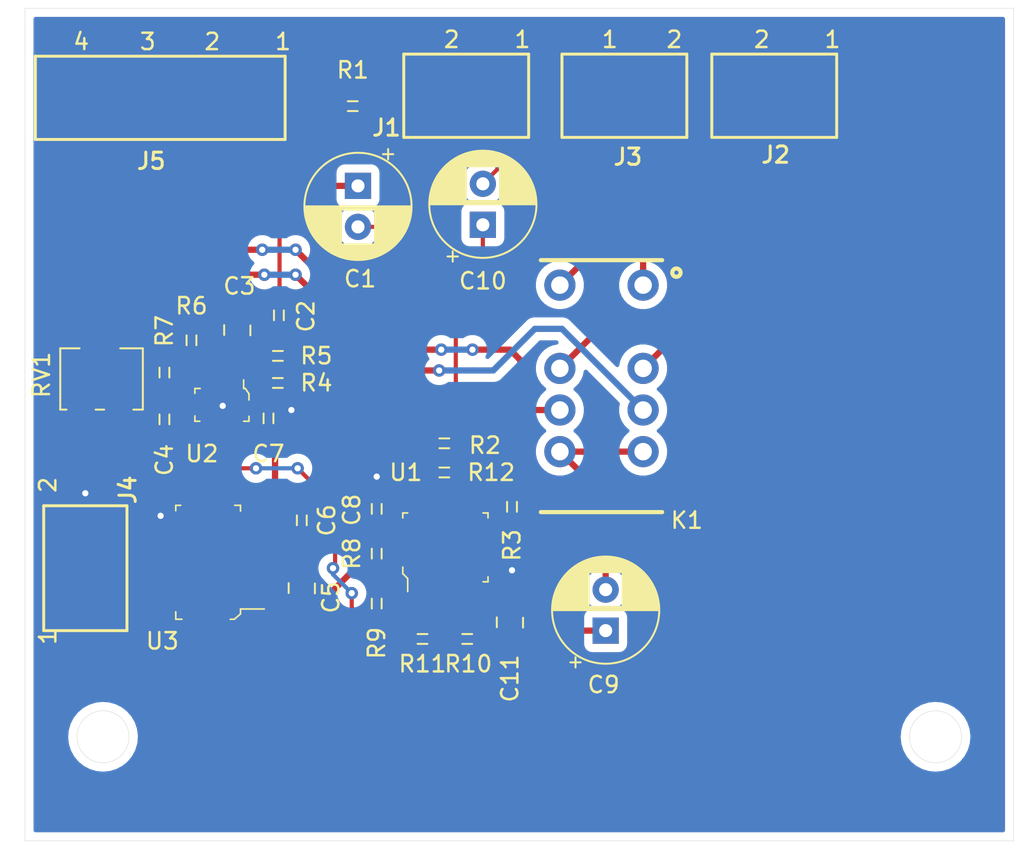
<source format=kicad_pcb>
(kicad_pcb (version 20171130) (host pcbnew "(5.1.0)-1")

  (general
    (thickness 1.6)
    (drawings 18)
    (tracks 272)
    (zones 0)
    (modules 33)
    (nets 27)
  )

  (page A4)
  (title_block
    (title "IO Module PCB")
    (rev -)
    (comment 1 "Drawing Number: PCB1110")
    (comment 2 "Author: Seth Tucker")
  )

  (layers
    (0 F.Cu signal)
    (31 B.Cu signal)
    (32 B.Adhes user)
    (33 F.Adhes user)
    (34 B.Paste user)
    (35 F.Paste user)
    (36 B.SilkS user)
    (37 F.SilkS user)
    (38 B.Mask user)
    (39 F.Mask user)
    (40 Dwgs.User user)
    (41 Cmts.User user)
    (42 Eco1.User user)
    (43 Eco2.User user)
    (44 Edge.Cuts user)
    (45 Margin user)
    (46 B.CrtYd user)
    (47 F.CrtYd user)
    (48 B.Fab user)
    (49 F.Fab user hide)
  )

  (setup
    (last_trace_width 0.381)
    (user_trace_width 0.381)
    (user_trace_width 0.508)
    (trace_clearance 0.254)
    (zone_clearance 0.508)
    (zone_45_only no)
    (trace_min 0.1524)
    (via_size 0.762)
    (via_drill 0.381)
    (via_min_size 0.6858)
    (via_min_drill 0.3302)
    (uvia_size 0.762)
    (uvia_drill 0.381)
    (uvias_allowed no)
    (uvia_min_size 0.6858)
    (uvia_min_drill 0.3302)
    (edge_width 0.1)
    (segment_width 0.2)
    (pcb_text_width 0.3)
    (pcb_text_size 1.5 1.5)
    (mod_edge_width 0.15)
    (mod_text_size 1 1)
    (mod_text_width 0.15)
    (pad_size 1.524 1.524)
    (pad_drill 0.762)
    (pad_to_mask_clearance 0.0508)
    (aux_axis_origin 0 0)
    (grid_origin 101.6 101.6)
    (visible_elements 7FFFFFFF)
    (pcbplotparams
      (layerselection 0x010fc_ffffffff)
      (usegerberextensions true)
      (usegerberattributes false)
      (usegerberadvancedattributes false)
      (creategerberjobfile false)
      (excludeedgelayer true)
      (linewidth 0.100000)
      (plotframeref false)
      (viasonmask false)
      (mode 1)
      (useauxorigin false)
      (hpglpennumber 1)
      (hpglpenspeed 20)
      (hpglpendiameter 15.000000)
      (psnegative false)
      (psa4output false)
      (plotreference true)
      (plotvalue true)
      (plotinvisibletext false)
      (padsonsilk false)
      (subtractmaskfromsilk false)
      (outputformat 1)
      (mirror false)
      (drillshape 0)
      (scaleselection 1)
      (outputdirectory "Gerbers/"))
  )

  (net 0 "")
  (net 1 MIC)
  (net 2 "Net-(C1-Pad2)")
  (net 3 "Net-(C2-Pad1)")
  (net 4 "Net-(C3-Pad1)")
  (net 5 Earth)
  (net 6 "Net-(C4-Pad1)")
  (net 7 "Net-(C4-Pad2)")
  (net 8 +9V)
  (net 9 +5V)
  (net 10 "Net-(C9-Pad2)")
  (net 11 "Net-(C9-Pad1)")
  (net 12 /RADIO_MONO)
  (net 13 /LEFT_CH)
  (net 14 /RIGHT_CH)
  (net 15 "Net-(J3-Pad1)")
  (net 16 /AUDIO_SELECT)
  (net 17 PTT)
  (net 18 /L_CH_OUT)
  (net 19 /R_CH_OUT)
  (net 20 "Net-(R7-Pad1)")
  (net 21 "Net-(R8-Pad1)")
  (net 22 "Net-(R10-Pad2)")
  (net 23 "Net-(R12-Pad1)")
  (net 24 "Net-(R12-Pad2)")
  (net 25 "Net-(C10-Pad1)")
  (net 26 "Net-(C11-Pad1)")

  (net_class Default "This is the default net class."
    (clearance 0.254)
    (trace_width 0.254)
    (via_dia 0.762)
    (via_drill 0.381)
    (uvia_dia 0.762)
    (uvia_drill 0.381)
    (diff_pair_width 0.254)
    (diff_pair_gap 0.254)
    (add_net +5V)
    (add_net +9V)
    (add_net /AUDIO_SELECT)
    (add_net /LEFT_CH)
    (add_net /L_CH_OUT)
    (add_net /RADIO_MONO)
    (add_net /RIGHT_CH)
    (add_net /R_CH_OUT)
    (add_net Earth)
    (add_net MIC)
    (add_net "Net-(C1-Pad2)")
    (add_net "Net-(C10-Pad1)")
    (add_net "Net-(C11-Pad1)")
    (add_net "Net-(C2-Pad1)")
    (add_net "Net-(C3-Pad1)")
    (add_net "Net-(C4-Pad1)")
    (add_net "Net-(C4-Pad2)")
    (add_net "Net-(C9-Pad1)")
    (add_net "Net-(C9-Pad2)")
    (add_net "Net-(J3-Pad1)")
    (add_net "Net-(R10-Pad2)")
    (add_net "Net-(R12-Pad1)")
    (add_net "Net-(R12-Pad2)")
    (add_net "Net-(R7-Pad1)")
    (add_net "Net-(R8-Pad1)")
    (add_net PTT)
  )

  (module conn-wire-pads:WP-75mil-1x02 (layer F.Cu) (tedit 57465F15) (tstamp 5CB25D73)
    (at 105.283 84.963 270)
    (descr "Wire pads - 75mil x 150 mil - Single row, 2 pos.")
    (path /5CB32E57)
    (attr virtual)
    (fp_text reference J4 (at -3.81 -3.175 270) (layer F.SilkS)
      (effects (font (size 1 1) (thickness 0.18)) (justify left bottom))
    )
    (fp_text value "Power In" (at 0 3.81 270) (layer F.Fab) hide
      (effects (font (size 1 1) (thickness 0.18)))
    )
    (fp_line (start -3.81 2.54) (end -3.81 -2.54) (layer F.CrtYd) (width 0.05))
    (fp_line (start 3.81 2.54) (end -3.81 2.54) (layer F.CrtYd) (width 0.05))
    (fp_line (start 3.81 -2.54) (end 3.81 2.54) (layer F.CrtYd) (width 0.05))
    (fp_line (start -3.81 -2.54) (end 3.81 -2.54) (layer F.CrtYd) (width 0.05))
    (fp_line (start -3.81 2.54) (end -3.81 -2.54) (layer F.SilkS) (width 0.18))
    (fp_line (start 3.81 2.54) (end -3.81 2.54) (layer F.SilkS) (width 0.18))
    (fp_line (start 3.81 -2.54) (end 3.81 2.54) (layer F.SilkS) (width 0.18))
    (fp_line (start -3.81 -2.54) (end 3.81 -2.54) (layer F.SilkS) (width 0.18))
    (pad 2 smd oval (at 1.905 0 270) (size 1.905 3.81) (layers F.Cu F.Paste F.Mask)
      (net 8 +9V))
    (pad 1 smd oval (at -1.905 0 270) (size 1.905 3.81) (layers F.Cu F.Paste F.Mask)
      (net 5 Earth))
  )

  (module digikey-footprints:0805 (layer F.Cu) (tedit 5995D0E3) (tstamp 5CB0D876)
    (at 131.191 88.265 90)
    (path /5CC13127)
    (fp_text reference C11 (at -3.429 0 90) (layer F.SilkS)
      (effects (font (size 1 1) (thickness 0.15)))
    )
    (fp_text value Open (at 0 1.95 90) (layer F.Fab)
      (effects (font (size 1 1) (thickness 0.15)))
    )
    (fp_line (start -0.95 -0.675) (end -0.95 0.675) (layer F.Fab) (width 0.12))
    (fp_line (start 0.95 -0.675) (end 0.95 0.675) (layer F.Fab) (width 0.12))
    (fp_line (start -0.95 -0.68) (end 0.95 -0.68) (layer F.Fab) (width 0.12))
    (fp_line (start -0.95 0.68) (end 0.95 0.68) (layer F.Fab) (width 0.12))
    (fp_line (start -0.3 -0.8) (end 0.3 -0.8) (layer F.SilkS) (width 0.12))
    (fp_line (start -0.32 0.8) (end 0.28 0.8) (layer F.SilkS) (width 0.12))
    (fp_line (start -1.9 0.93) (end -1.9 -0.93) (layer F.CrtYd) (width 0.05))
    (fp_line (start 1.9 0.93) (end 1.9 -0.93) (layer F.CrtYd) (width 0.05))
    (fp_line (start -1.9 -0.93) (end 1.9 -0.93) (layer F.CrtYd) (width 0.05))
    (fp_line (start -1.9 0.93) (end 1.9 0.93) (layer F.CrtYd) (width 0.05))
    (pad 1 smd rect (at -1.05 0 90) (size 1.2 1.2) (layers F.Cu F.Paste F.Mask)
      (net 26 "Net-(C11-Pad1)"))
    (pad 2 smd rect (at 1.05 0 90) (size 1.2 1.2) (layers F.Cu F.Paste F.Mask)
      (net 5 Earth))
  )

  (module Capacitor_THT:CP_Radial_D6.3mm_P2.50mm (layer F.Cu) (tedit 5AE50EF0) (tstamp 5CAF0073)
    (at 137.033 88.773 90)
    (descr "CP, Radial series, Radial, pin pitch=2.50mm, , diameter=6.3mm, Electrolytic Capacitor")
    (tags "CP Radial series Radial pin pitch 2.50mm  diameter 6.3mm Electrolytic Capacitor")
    (path /5CC2CF65)
    (fp_text reference C9 (at -3.302 -0.127 180) (layer F.SilkS)
      (effects (font (size 1 1) (thickness 0.15)))
    )
    (fp_text value 10u (at 1.25 4.4 90) (layer F.Fab)
      (effects (font (size 1 1) (thickness 0.15)))
    )
    (fp_text user %R (at 1.25 0 90) (layer F.Fab)
      (effects (font (size 1 1) (thickness 0.15)))
    )
    (fp_line (start -1.935241 -2.154) (end -1.935241 -1.524) (layer F.SilkS) (width 0.12))
    (fp_line (start -2.250241 -1.839) (end -1.620241 -1.839) (layer F.SilkS) (width 0.12))
    (fp_line (start 4.491 -0.402) (end 4.491 0.402) (layer F.SilkS) (width 0.12))
    (fp_line (start 4.451 -0.633) (end 4.451 0.633) (layer F.SilkS) (width 0.12))
    (fp_line (start 4.411 -0.802) (end 4.411 0.802) (layer F.SilkS) (width 0.12))
    (fp_line (start 4.371 -0.94) (end 4.371 0.94) (layer F.SilkS) (width 0.12))
    (fp_line (start 4.331 -1.059) (end 4.331 1.059) (layer F.SilkS) (width 0.12))
    (fp_line (start 4.291 -1.165) (end 4.291 1.165) (layer F.SilkS) (width 0.12))
    (fp_line (start 4.251 -1.262) (end 4.251 1.262) (layer F.SilkS) (width 0.12))
    (fp_line (start 4.211 -1.35) (end 4.211 1.35) (layer F.SilkS) (width 0.12))
    (fp_line (start 4.171 -1.432) (end 4.171 1.432) (layer F.SilkS) (width 0.12))
    (fp_line (start 4.131 -1.509) (end 4.131 1.509) (layer F.SilkS) (width 0.12))
    (fp_line (start 4.091 -1.581) (end 4.091 1.581) (layer F.SilkS) (width 0.12))
    (fp_line (start 4.051 -1.65) (end 4.051 1.65) (layer F.SilkS) (width 0.12))
    (fp_line (start 4.011 -1.714) (end 4.011 1.714) (layer F.SilkS) (width 0.12))
    (fp_line (start 3.971 -1.776) (end 3.971 1.776) (layer F.SilkS) (width 0.12))
    (fp_line (start 3.931 -1.834) (end 3.931 1.834) (layer F.SilkS) (width 0.12))
    (fp_line (start 3.891 -1.89) (end 3.891 1.89) (layer F.SilkS) (width 0.12))
    (fp_line (start 3.851 -1.944) (end 3.851 1.944) (layer F.SilkS) (width 0.12))
    (fp_line (start 3.811 -1.995) (end 3.811 1.995) (layer F.SilkS) (width 0.12))
    (fp_line (start 3.771 -2.044) (end 3.771 2.044) (layer F.SilkS) (width 0.12))
    (fp_line (start 3.731 -2.092) (end 3.731 2.092) (layer F.SilkS) (width 0.12))
    (fp_line (start 3.691 -2.137) (end 3.691 2.137) (layer F.SilkS) (width 0.12))
    (fp_line (start 3.651 -2.182) (end 3.651 2.182) (layer F.SilkS) (width 0.12))
    (fp_line (start 3.611 -2.224) (end 3.611 2.224) (layer F.SilkS) (width 0.12))
    (fp_line (start 3.571 -2.265) (end 3.571 2.265) (layer F.SilkS) (width 0.12))
    (fp_line (start 3.531 1.04) (end 3.531 2.305) (layer F.SilkS) (width 0.12))
    (fp_line (start 3.531 -2.305) (end 3.531 -1.04) (layer F.SilkS) (width 0.12))
    (fp_line (start 3.491 1.04) (end 3.491 2.343) (layer F.SilkS) (width 0.12))
    (fp_line (start 3.491 -2.343) (end 3.491 -1.04) (layer F.SilkS) (width 0.12))
    (fp_line (start 3.451 1.04) (end 3.451 2.38) (layer F.SilkS) (width 0.12))
    (fp_line (start 3.451 -2.38) (end 3.451 -1.04) (layer F.SilkS) (width 0.12))
    (fp_line (start 3.411 1.04) (end 3.411 2.416) (layer F.SilkS) (width 0.12))
    (fp_line (start 3.411 -2.416) (end 3.411 -1.04) (layer F.SilkS) (width 0.12))
    (fp_line (start 3.371 1.04) (end 3.371 2.45) (layer F.SilkS) (width 0.12))
    (fp_line (start 3.371 -2.45) (end 3.371 -1.04) (layer F.SilkS) (width 0.12))
    (fp_line (start 3.331 1.04) (end 3.331 2.484) (layer F.SilkS) (width 0.12))
    (fp_line (start 3.331 -2.484) (end 3.331 -1.04) (layer F.SilkS) (width 0.12))
    (fp_line (start 3.291 1.04) (end 3.291 2.516) (layer F.SilkS) (width 0.12))
    (fp_line (start 3.291 -2.516) (end 3.291 -1.04) (layer F.SilkS) (width 0.12))
    (fp_line (start 3.251 1.04) (end 3.251 2.548) (layer F.SilkS) (width 0.12))
    (fp_line (start 3.251 -2.548) (end 3.251 -1.04) (layer F.SilkS) (width 0.12))
    (fp_line (start 3.211 1.04) (end 3.211 2.578) (layer F.SilkS) (width 0.12))
    (fp_line (start 3.211 -2.578) (end 3.211 -1.04) (layer F.SilkS) (width 0.12))
    (fp_line (start 3.171 1.04) (end 3.171 2.607) (layer F.SilkS) (width 0.12))
    (fp_line (start 3.171 -2.607) (end 3.171 -1.04) (layer F.SilkS) (width 0.12))
    (fp_line (start 3.131 1.04) (end 3.131 2.636) (layer F.SilkS) (width 0.12))
    (fp_line (start 3.131 -2.636) (end 3.131 -1.04) (layer F.SilkS) (width 0.12))
    (fp_line (start 3.091 1.04) (end 3.091 2.664) (layer F.SilkS) (width 0.12))
    (fp_line (start 3.091 -2.664) (end 3.091 -1.04) (layer F.SilkS) (width 0.12))
    (fp_line (start 3.051 1.04) (end 3.051 2.69) (layer F.SilkS) (width 0.12))
    (fp_line (start 3.051 -2.69) (end 3.051 -1.04) (layer F.SilkS) (width 0.12))
    (fp_line (start 3.011 1.04) (end 3.011 2.716) (layer F.SilkS) (width 0.12))
    (fp_line (start 3.011 -2.716) (end 3.011 -1.04) (layer F.SilkS) (width 0.12))
    (fp_line (start 2.971 1.04) (end 2.971 2.742) (layer F.SilkS) (width 0.12))
    (fp_line (start 2.971 -2.742) (end 2.971 -1.04) (layer F.SilkS) (width 0.12))
    (fp_line (start 2.931 1.04) (end 2.931 2.766) (layer F.SilkS) (width 0.12))
    (fp_line (start 2.931 -2.766) (end 2.931 -1.04) (layer F.SilkS) (width 0.12))
    (fp_line (start 2.891 1.04) (end 2.891 2.79) (layer F.SilkS) (width 0.12))
    (fp_line (start 2.891 -2.79) (end 2.891 -1.04) (layer F.SilkS) (width 0.12))
    (fp_line (start 2.851 1.04) (end 2.851 2.812) (layer F.SilkS) (width 0.12))
    (fp_line (start 2.851 -2.812) (end 2.851 -1.04) (layer F.SilkS) (width 0.12))
    (fp_line (start 2.811 1.04) (end 2.811 2.834) (layer F.SilkS) (width 0.12))
    (fp_line (start 2.811 -2.834) (end 2.811 -1.04) (layer F.SilkS) (width 0.12))
    (fp_line (start 2.771 1.04) (end 2.771 2.856) (layer F.SilkS) (width 0.12))
    (fp_line (start 2.771 -2.856) (end 2.771 -1.04) (layer F.SilkS) (width 0.12))
    (fp_line (start 2.731 1.04) (end 2.731 2.876) (layer F.SilkS) (width 0.12))
    (fp_line (start 2.731 -2.876) (end 2.731 -1.04) (layer F.SilkS) (width 0.12))
    (fp_line (start 2.691 1.04) (end 2.691 2.896) (layer F.SilkS) (width 0.12))
    (fp_line (start 2.691 -2.896) (end 2.691 -1.04) (layer F.SilkS) (width 0.12))
    (fp_line (start 2.651 1.04) (end 2.651 2.916) (layer F.SilkS) (width 0.12))
    (fp_line (start 2.651 -2.916) (end 2.651 -1.04) (layer F.SilkS) (width 0.12))
    (fp_line (start 2.611 1.04) (end 2.611 2.934) (layer F.SilkS) (width 0.12))
    (fp_line (start 2.611 -2.934) (end 2.611 -1.04) (layer F.SilkS) (width 0.12))
    (fp_line (start 2.571 1.04) (end 2.571 2.952) (layer F.SilkS) (width 0.12))
    (fp_line (start 2.571 -2.952) (end 2.571 -1.04) (layer F.SilkS) (width 0.12))
    (fp_line (start 2.531 1.04) (end 2.531 2.97) (layer F.SilkS) (width 0.12))
    (fp_line (start 2.531 -2.97) (end 2.531 -1.04) (layer F.SilkS) (width 0.12))
    (fp_line (start 2.491 1.04) (end 2.491 2.986) (layer F.SilkS) (width 0.12))
    (fp_line (start 2.491 -2.986) (end 2.491 -1.04) (layer F.SilkS) (width 0.12))
    (fp_line (start 2.451 1.04) (end 2.451 3.002) (layer F.SilkS) (width 0.12))
    (fp_line (start 2.451 -3.002) (end 2.451 -1.04) (layer F.SilkS) (width 0.12))
    (fp_line (start 2.411 1.04) (end 2.411 3.018) (layer F.SilkS) (width 0.12))
    (fp_line (start 2.411 -3.018) (end 2.411 -1.04) (layer F.SilkS) (width 0.12))
    (fp_line (start 2.371 1.04) (end 2.371 3.033) (layer F.SilkS) (width 0.12))
    (fp_line (start 2.371 -3.033) (end 2.371 -1.04) (layer F.SilkS) (width 0.12))
    (fp_line (start 2.331 1.04) (end 2.331 3.047) (layer F.SilkS) (width 0.12))
    (fp_line (start 2.331 -3.047) (end 2.331 -1.04) (layer F.SilkS) (width 0.12))
    (fp_line (start 2.291 1.04) (end 2.291 3.061) (layer F.SilkS) (width 0.12))
    (fp_line (start 2.291 -3.061) (end 2.291 -1.04) (layer F.SilkS) (width 0.12))
    (fp_line (start 2.251 1.04) (end 2.251 3.074) (layer F.SilkS) (width 0.12))
    (fp_line (start 2.251 -3.074) (end 2.251 -1.04) (layer F.SilkS) (width 0.12))
    (fp_line (start 2.211 1.04) (end 2.211 3.086) (layer F.SilkS) (width 0.12))
    (fp_line (start 2.211 -3.086) (end 2.211 -1.04) (layer F.SilkS) (width 0.12))
    (fp_line (start 2.171 1.04) (end 2.171 3.098) (layer F.SilkS) (width 0.12))
    (fp_line (start 2.171 -3.098) (end 2.171 -1.04) (layer F.SilkS) (width 0.12))
    (fp_line (start 2.131 1.04) (end 2.131 3.11) (layer F.SilkS) (width 0.12))
    (fp_line (start 2.131 -3.11) (end 2.131 -1.04) (layer F.SilkS) (width 0.12))
    (fp_line (start 2.091 1.04) (end 2.091 3.121) (layer F.SilkS) (width 0.12))
    (fp_line (start 2.091 -3.121) (end 2.091 -1.04) (layer F.SilkS) (width 0.12))
    (fp_line (start 2.051 1.04) (end 2.051 3.131) (layer F.SilkS) (width 0.12))
    (fp_line (start 2.051 -3.131) (end 2.051 -1.04) (layer F.SilkS) (width 0.12))
    (fp_line (start 2.011 1.04) (end 2.011 3.141) (layer F.SilkS) (width 0.12))
    (fp_line (start 2.011 -3.141) (end 2.011 -1.04) (layer F.SilkS) (width 0.12))
    (fp_line (start 1.971 1.04) (end 1.971 3.15) (layer F.SilkS) (width 0.12))
    (fp_line (start 1.971 -3.15) (end 1.971 -1.04) (layer F.SilkS) (width 0.12))
    (fp_line (start 1.93 1.04) (end 1.93 3.159) (layer F.SilkS) (width 0.12))
    (fp_line (start 1.93 -3.159) (end 1.93 -1.04) (layer F.SilkS) (width 0.12))
    (fp_line (start 1.89 1.04) (end 1.89 3.167) (layer F.SilkS) (width 0.12))
    (fp_line (start 1.89 -3.167) (end 1.89 -1.04) (layer F.SilkS) (width 0.12))
    (fp_line (start 1.85 1.04) (end 1.85 3.175) (layer F.SilkS) (width 0.12))
    (fp_line (start 1.85 -3.175) (end 1.85 -1.04) (layer F.SilkS) (width 0.12))
    (fp_line (start 1.81 1.04) (end 1.81 3.182) (layer F.SilkS) (width 0.12))
    (fp_line (start 1.81 -3.182) (end 1.81 -1.04) (layer F.SilkS) (width 0.12))
    (fp_line (start 1.77 1.04) (end 1.77 3.189) (layer F.SilkS) (width 0.12))
    (fp_line (start 1.77 -3.189) (end 1.77 -1.04) (layer F.SilkS) (width 0.12))
    (fp_line (start 1.73 1.04) (end 1.73 3.195) (layer F.SilkS) (width 0.12))
    (fp_line (start 1.73 -3.195) (end 1.73 -1.04) (layer F.SilkS) (width 0.12))
    (fp_line (start 1.69 1.04) (end 1.69 3.201) (layer F.SilkS) (width 0.12))
    (fp_line (start 1.69 -3.201) (end 1.69 -1.04) (layer F.SilkS) (width 0.12))
    (fp_line (start 1.65 1.04) (end 1.65 3.206) (layer F.SilkS) (width 0.12))
    (fp_line (start 1.65 -3.206) (end 1.65 -1.04) (layer F.SilkS) (width 0.12))
    (fp_line (start 1.61 1.04) (end 1.61 3.211) (layer F.SilkS) (width 0.12))
    (fp_line (start 1.61 -3.211) (end 1.61 -1.04) (layer F.SilkS) (width 0.12))
    (fp_line (start 1.57 1.04) (end 1.57 3.215) (layer F.SilkS) (width 0.12))
    (fp_line (start 1.57 -3.215) (end 1.57 -1.04) (layer F.SilkS) (width 0.12))
    (fp_line (start 1.53 1.04) (end 1.53 3.218) (layer F.SilkS) (width 0.12))
    (fp_line (start 1.53 -3.218) (end 1.53 -1.04) (layer F.SilkS) (width 0.12))
    (fp_line (start 1.49 1.04) (end 1.49 3.222) (layer F.SilkS) (width 0.12))
    (fp_line (start 1.49 -3.222) (end 1.49 -1.04) (layer F.SilkS) (width 0.12))
    (fp_line (start 1.45 -3.224) (end 1.45 3.224) (layer F.SilkS) (width 0.12))
    (fp_line (start 1.41 -3.227) (end 1.41 3.227) (layer F.SilkS) (width 0.12))
    (fp_line (start 1.37 -3.228) (end 1.37 3.228) (layer F.SilkS) (width 0.12))
    (fp_line (start 1.33 -3.23) (end 1.33 3.23) (layer F.SilkS) (width 0.12))
    (fp_line (start 1.29 -3.23) (end 1.29 3.23) (layer F.SilkS) (width 0.12))
    (fp_line (start 1.25 -3.23) (end 1.25 3.23) (layer F.SilkS) (width 0.12))
    (fp_line (start -1.128972 -1.6885) (end -1.128972 -1.0585) (layer F.Fab) (width 0.1))
    (fp_line (start -1.443972 -1.3735) (end -0.813972 -1.3735) (layer F.Fab) (width 0.1))
    (fp_circle (center 1.25 0) (end 4.65 0) (layer F.CrtYd) (width 0.05))
    (fp_circle (center 1.25 0) (end 4.52 0) (layer F.SilkS) (width 0.12))
    (fp_circle (center 1.25 0) (end 4.4 0) (layer F.Fab) (width 0.1))
    (pad 2 thru_hole circle (at 2.5 0 90) (size 1.6 1.6) (drill 0.8) (layers *.Cu *.Mask)
      (net 10 "Net-(C9-Pad2)"))
    (pad 1 thru_hole rect (at 0 0 90) (size 1.6 1.6) (drill 0.8) (layers *.Cu *.Mask)
      (net 11 "Net-(C9-Pad1)"))
    (model ${KISYS3DMOD}/Capacitor_THT.3dshapes/CP_Radial_D6.3mm_P2.50mm.wrl
      (at (xyz 0 0 0))
      (scale (xyz 1 1 1))
      (rotate (xyz 0 0 0))
    )
  )

  (module Capacitor_THT:CP_Radial_D6.3mm_P2.50mm (layer F.Cu) (tedit 5AE50EF0) (tstamp 5CAEFF5B)
    (at 121.92 61.635 270)
    (descr "CP, Radial series, Radial, pin pitch=2.50mm, , diameter=6.3mm, Electrolytic Capacitor")
    (tags "CP Radial series Radial pin pitch 2.50mm  diameter 6.3mm Electrolytic Capacitor")
    (path /5CC38145)
    (fp_text reference C1 (at 5.675 -0.127) (layer F.SilkS)
      (effects (font (size 1 1) (thickness 0.15)))
    )
    (fp_text value 10u (at 1.25 4.4 270) (layer F.Fab)
      (effects (font (size 1 1) (thickness 0.15)))
    )
    (fp_circle (center 1.25 0) (end 4.4 0) (layer F.Fab) (width 0.1))
    (fp_circle (center 1.25 0) (end 4.52 0) (layer F.SilkS) (width 0.12))
    (fp_circle (center 1.25 0) (end 4.65 0) (layer F.CrtYd) (width 0.05))
    (fp_line (start -1.443972 -1.3735) (end -0.813972 -1.3735) (layer F.Fab) (width 0.1))
    (fp_line (start -1.128972 -1.6885) (end -1.128972 -1.0585) (layer F.Fab) (width 0.1))
    (fp_line (start 1.25 -3.23) (end 1.25 3.23) (layer F.SilkS) (width 0.12))
    (fp_line (start 1.29 -3.23) (end 1.29 3.23) (layer F.SilkS) (width 0.12))
    (fp_line (start 1.33 -3.23) (end 1.33 3.23) (layer F.SilkS) (width 0.12))
    (fp_line (start 1.37 -3.228) (end 1.37 3.228) (layer F.SilkS) (width 0.12))
    (fp_line (start 1.41 -3.227) (end 1.41 3.227) (layer F.SilkS) (width 0.12))
    (fp_line (start 1.45 -3.224) (end 1.45 3.224) (layer F.SilkS) (width 0.12))
    (fp_line (start 1.49 -3.222) (end 1.49 -1.04) (layer F.SilkS) (width 0.12))
    (fp_line (start 1.49 1.04) (end 1.49 3.222) (layer F.SilkS) (width 0.12))
    (fp_line (start 1.53 -3.218) (end 1.53 -1.04) (layer F.SilkS) (width 0.12))
    (fp_line (start 1.53 1.04) (end 1.53 3.218) (layer F.SilkS) (width 0.12))
    (fp_line (start 1.57 -3.215) (end 1.57 -1.04) (layer F.SilkS) (width 0.12))
    (fp_line (start 1.57 1.04) (end 1.57 3.215) (layer F.SilkS) (width 0.12))
    (fp_line (start 1.61 -3.211) (end 1.61 -1.04) (layer F.SilkS) (width 0.12))
    (fp_line (start 1.61 1.04) (end 1.61 3.211) (layer F.SilkS) (width 0.12))
    (fp_line (start 1.65 -3.206) (end 1.65 -1.04) (layer F.SilkS) (width 0.12))
    (fp_line (start 1.65 1.04) (end 1.65 3.206) (layer F.SilkS) (width 0.12))
    (fp_line (start 1.69 -3.201) (end 1.69 -1.04) (layer F.SilkS) (width 0.12))
    (fp_line (start 1.69 1.04) (end 1.69 3.201) (layer F.SilkS) (width 0.12))
    (fp_line (start 1.73 -3.195) (end 1.73 -1.04) (layer F.SilkS) (width 0.12))
    (fp_line (start 1.73 1.04) (end 1.73 3.195) (layer F.SilkS) (width 0.12))
    (fp_line (start 1.77 -3.189) (end 1.77 -1.04) (layer F.SilkS) (width 0.12))
    (fp_line (start 1.77 1.04) (end 1.77 3.189) (layer F.SilkS) (width 0.12))
    (fp_line (start 1.81 -3.182) (end 1.81 -1.04) (layer F.SilkS) (width 0.12))
    (fp_line (start 1.81 1.04) (end 1.81 3.182) (layer F.SilkS) (width 0.12))
    (fp_line (start 1.85 -3.175) (end 1.85 -1.04) (layer F.SilkS) (width 0.12))
    (fp_line (start 1.85 1.04) (end 1.85 3.175) (layer F.SilkS) (width 0.12))
    (fp_line (start 1.89 -3.167) (end 1.89 -1.04) (layer F.SilkS) (width 0.12))
    (fp_line (start 1.89 1.04) (end 1.89 3.167) (layer F.SilkS) (width 0.12))
    (fp_line (start 1.93 -3.159) (end 1.93 -1.04) (layer F.SilkS) (width 0.12))
    (fp_line (start 1.93 1.04) (end 1.93 3.159) (layer F.SilkS) (width 0.12))
    (fp_line (start 1.971 -3.15) (end 1.971 -1.04) (layer F.SilkS) (width 0.12))
    (fp_line (start 1.971 1.04) (end 1.971 3.15) (layer F.SilkS) (width 0.12))
    (fp_line (start 2.011 -3.141) (end 2.011 -1.04) (layer F.SilkS) (width 0.12))
    (fp_line (start 2.011 1.04) (end 2.011 3.141) (layer F.SilkS) (width 0.12))
    (fp_line (start 2.051 -3.131) (end 2.051 -1.04) (layer F.SilkS) (width 0.12))
    (fp_line (start 2.051 1.04) (end 2.051 3.131) (layer F.SilkS) (width 0.12))
    (fp_line (start 2.091 -3.121) (end 2.091 -1.04) (layer F.SilkS) (width 0.12))
    (fp_line (start 2.091 1.04) (end 2.091 3.121) (layer F.SilkS) (width 0.12))
    (fp_line (start 2.131 -3.11) (end 2.131 -1.04) (layer F.SilkS) (width 0.12))
    (fp_line (start 2.131 1.04) (end 2.131 3.11) (layer F.SilkS) (width 0.12))
    (fp_line (start 2.171 -3.098) (end 2.171 -1.04) (layer F.SilkS) (width 0.12))
    (fp_line (start 2.171 1.04) (end 2.171 3.098) (layer F.SilkS) (width 0.12))
    (fp_line (start 2.211 -3.086) (end 2.211 -1.04) (layer F.SilkS) (width 0.12))
    (fp_line (start 2.211 1.04) (end 2.211 3.086) (layer F.SilkS) (width 0.12))
    (fp_line (start 2.251 -3.074) (end 2.251 -1.04) (layer F.SilkS) (width 0.12))
    (fp_line (start 2.251 1.04) (end 2.251 3.074) (layer F.SilkS) (width 0.12))
    (fp_line (start 2.291 -3.061) (end 2.291 -1.04) (layer F.SilkS) (width 0.12))
    (fp_line (start 2.291 1.04) (end 2.291 3.061) (layer F.SilkS) (width 0.12))
    (fp_line (start 2.331 -3.047) (end 2.331 -1.04) (layer F.SilkS) (width 0.12))
    (fp_line (start 2.331 1.04) (end 2.331 3.047) (layer F.SilkS) (width 0.12))
    (fp_line (start 2.371 -3.033) (end 2.371 -1.04) (layer F.SilkS) (width 0.12))
    (fp_line (start 2.371 1.04) (end 2.371 3.033) (layer F.SilkS) (width 0.12))
    (fp_line (start 2.411 -3.018) (end 2.411 -1.04) (layer F.SilkS) (width 0.12))
    (fp_line (start 2.411 1.04) (end 2.411 3.018) (layer F.SilkS) (width 0.12))
    (fp_line (start 2.451 -3.002) (end 2.451 -1.04) (layer F.SilkS) (width 0.12))
    (fp_line (start 2.451 1.04) (end 2.451 3.002) (layer F.SilkS) (width 0.12))
    (fp_line (start 2.491 -2.986) (end 2.491 -1.04) (layer F.SilkS) (width 0.12))
    (fp_line (start 2.491 1.04) (end 2.491 2.986) (layer F.SilkS) (width 0.12))
    (fp_line (start 2.531 -2.97) (end 2.531 -1.04) (layer F.SilkS) (width 0.12))
    (fp_line (start 2.531 1.04) (end 2.531 2.97) (layer F.SilkS) (width 0.12))
    (fp_line (start 2.571 -2.952) (end 2.571 -1.04) (layer F.SilkS) (width 0.12))
    (fp_line (start 2.571 1.04) (end 2.571 2.952) (layer F.SilkS) (width 0.12))
    (fp_line (start 2.611 -2.934) (end 2.611 -1.04) (layer F.SilkS) (width 0.12))
    (fp_line (start 2.611 1.04) (end 2.611 2.934) (layer F.SilkS) (width 0.12))
    (fp_line (start 2.651 -2.916) (end 2.651 -1.04) (layer F.SilkS) (width 0.12))
    (fp_line (start 2.651 1.04) (end 2.651 2.916) (layer F.SilkS) (width 0.12))
    (fp_line (start 2.691 -2.896) (end 2.691 -1.04) (layer F.SilkS) (width 0.12))
    (fp_line (start 2.691 1.04) (end 2.691 2.896) (layer F.SilkS) (width 0.12))
    (fp_line (start 2.731 -2.876) (end 2.731 -1.04) (layer F.SilkS) (width 0.12))
    (fp_line (start 2.731 1.04) (end 2.731 2.876) (layer F.SilkS) (width 0.12))
    (fp_line (start 2.771 -2.856) (end 2.771 -1.04) (layer F.SilkS) (width 0.12))
    (fp_line (start 2.771 1.04) (end 2.771 2.856) (layer F.SilkS) (width 0.12))
    (fp_line (start 2.811 -2.834) (end 2.811 -1.04) (layer F.SilkS) (width 0.12))
    (fp_line (start 2.811 1.04) (end 2.811 2.834) (layer F.SilkS) (width 0.12))
    (fp_line (start 2.851 -2.812) (end 2.851 -1.04) (layer F.SilkS) (width 0.12))
    (fp_line (start 2.851 1.04) (end 2.851 2.812) (layer F.SilkS) (width 0.12))
    (fp_line (start 2.891 -2.79) (end 2.891 -1.04) (layer F.SilkS) (width 0.12))
    (fp_line (start 2.891 1.04) (end 2.891 2.79) (layer F.SilkS) (width 0.12))
    (fp_line (start 2.931 -2.766) (end 2.931 -1.04) (layer F.SilkS) (width 0.12))
    (fp_line (start 2.931 1.04) (end 2.931 2.766) (layer F.SilkS) (width 0.12))
    (fp_line (start 2.971 -2.742) (end 2.971 -1.04) (layer F.SilkS) (width 0.12))
    (fp_line (start 2.971 1.04) (end 2.971 2.742) (layer F.SilkS) (width 0.12))
    (fp_line (start 3.011 -2.716) (end 3.011 -1.04) (layer F.SilkS) (width 0.12))
    (fp_line (start 3.011 1.04) (end 3.011 2.716) (layer F.SilkS) (width 0.12))
    (fp_line (start 3.051 -2.69) (end 3.051 -1.04) (layer F.SilkS) (width 0.12))
    (fp_line (start 3.051 1.04) (end 3.051 2.69) (layer F.SilkS) (width 0.12))
    (fp_line (start 3.091 -2.664) (end 3.091 -1.04) (layer F.SilkS) (width 0.12))
    (fp_line (start 3.091 1.04) (end 3.091 2.664) (layer F.SilkS) (width 0.12))
    (fp_line (start 3.131 -2.636) (end 3.131 -1.04) (layer F.SilkS) (width 0.12))
    (fp_line (start 3.131 1.04) (end 3.131 2.636) (layer F.SilkS) (width 0.12))
    (fp_line (start 3.171 -2.607) (end 3.171 -1.04) (layer F.SilkS) (width 0.12))
    (fp_line (start 3.171 1.04) (end 3.171 2.607) (layer F.SilkS) (width 0.12))
    (fp_line (start 3.211 -2.578) (end 3.211 -1.04) (layer F.SilkS) (width 0.12))
    (fp_line (start 3.211 1.04) (end 3.211 2.578) (layer F.SilkS) (width 0.12))
    (fp_line (start 3.251 -2.548) (end 3.251 -1.04) (layer F.SilkS) (width 0.12))
    (fp_line (start 3.251 1.04) (end 3.251 2.548) (layer F.SilkS) (width 0.12))
    (fp_line (start 3.291 -2.516) (end 3.291 -1.04) (layer F.SilkS) (width 0.12))
    (fp_line (start 3.291 1.04) (end 3.291 2.516) (layer F.SilkS) (width 0.12))
    (fp_line (start 3.331 -2.484) (end 3.331 -1.04) (layer F.SilkS) (width 0.12))
    (fp_line (start 3.331 1.04) (end 3.331 2.484) (layer F.SilkS) (width 0.12))
    (fp_line (start 3.371 -2.45) (end 3.371 -1.04) (layer F.SilkS) (width 0.12))
    (fp_line (start 3.371 1.04) (end 3.371 2.45) (layer F.SilkS) (width 0.12))
    (fp_line (start 3.411 -2.416) (end 3.411 -1.04) (layer F.SilkS) (width 0.12))
    (fp_line (start 3.411 1.04) (end 3.411 2.416) (layer F.SilkS) (width 0.12))
    (fp_line (start 3.451 -2.38) (end 3.451 -1.04) (layer F.SilkS) (width 0.12))
    (fp_line (start 3.451 1.04) (end 3.451 2.38) (layer F.SilkS) (width 0.12))
    (fp_line (start 3.491 -2.343) (end 3.491 -1.04) (layer F.SilkS) (width 0.12))
    (fp_line (start 3.491 1.04) (end 3.491 2.343) (layer F.SilkS) (width 0.12))
    (fp_line (start 3.531 -2.305) (end 3.531 -1.04) (layer F.SilkS) (width 0.12))
    (fp_line (start 3.531 1.04) (end 3.531 2.305) (layer F.SilkS) (width 0.12))
    (fp_line (start 3.571 -2.265) (end 3.571 2.265) (layer F.SilkS) (width 0.12))
    (fp_line (start 3.611 -2.224) (end 3.611 2.224) (layer F.SilkS) (width 0.12))
    (fp_line (start 3.651 -2.182) (end 3.651 2.182) (layer F.SilkS) (width 0.12))
    (fp_line (start 3.691 -2.137) (end 3.691 2.137) (layer F.SilkS) (width 0.12))
    (fp_line (start 3.731 -2.092) (end 3.731 2.092) (layer F.SilkS) (width 0.12))
    (fp_line (start 3.771 -2.044) (end 3.771 2.044) (layer F.SilkS) (width 0.12))
    (fp_line (start 3.811 -1.995) (end 3.811 1.995) (layer F.SilkS) (width 0.12))
    (fp_line (start 3.851 -1.944) (end 3.851 1.944) (layer F.SilkS) (width 0.12))
    (fp_line (start 3.891 -1.89) (end 3.891 1.89) (layer F.SilkS) (width 0.12))
    (fp_line (start 3.931 -1.834) (end 3.931 1.834) (layer F.SilkS) (width 0.12))
    (fp_line (start 3.971 -1.776) (end 3.971 1.776) (layer F.SilkS) (width 0.12))
    (fp_line (start 4.011 -1.714) (end 4.011 1.714) (layer F.SilkS) (width 0.12))
    (fp_line (start 4.051 -1.65) (end 4.051 1.65) (layer F.SilkS) (width 0.12))
    (fp_line (start 4.091 -1.581) (end 4.091 1.581) (layer F.SilkS) (width 0.12))
    (fp_line (start 4.131 -1.509) (end 4.131 1.509) (layer F.SilkS) (width 0.12))
    (fp_line (start 4.171 -1.432) (end 4.171 1.432) (layer F.SilkS) (width 0.12))
    (fp_line (start 4.211 -1.35) (end 4.211 1.35) (layer F.SilkS) (width 0.12))
    (fp_line (start 4.251 -1.262) (end 4.251 1.262) (layer F.SilkS) (width 0.12))
    (fp_line (start 4.291 -1.165) (end 4.291 1.165) (layer F.SilkS) (width 0.12))
    (fp_line (start 4.331 -1.059) (end 4.331 1.059) (layer F.SilkS) (width 0.12))
    (fp_line (start 4.371 -0.94) (end 4.371 0.94) (layer F.SilkS) (width 0.12))
    (fp_line (start 4.411 -0.802) (end 4.411 0.802) (layer F.SilkS) (width 0.12))
    (fp_line (start 4.451 -0.633) (end 4.451 0.633) (layer F.SilkS) (width 0.12))
    (fp_line (start 4.491 -0.402) (end 4.491 0.402) (layer F.SilkS) (width 0.12))
    (fp_line (start -2.250241 -1.839) (end -1.620241 -1.839) (layer F.SilkS) (width 0.12))
    (fp_line (start -1.935241 -2.154) (end -1.935241 -1.524) (layer F.SilkS) (width 0.12))
    (pad 1 thru_hole rect (at 0 0 270) (size 1.6 1.6) (drill 0.8) (layers *.Cu *.Mask)
      (net 1 MIC))
    (pad 2 thru_hole circle (at 2.5 0 270) (size 1.6 1.6) (drill 0.8) (layers *.Cu *.Mask)
      (net 2 "Net-(C1-Pad2)"))
    (model ${KISYS3DMOD}/Capacitor_THT.3dshapes/CP_Radial_D6.3mm_P2.50mm.wrl
      (at (xyz 0 0 0))
      (scale (xyz 1 1 1))
      (rotate (xyz 0 0 0))
    )
  )

  (module digikey-footprints:0603 (layer F.Cu) (tedit 595EA1C0) (tstamp 5CAEFF6F)
    (at 117.094 69.531 90)
    (path /5CABBD0C)
    (fp_text reference C2 (at -0.062 1.651 90) (layer F.SilkS)
      (effects (font (size 1 1) (thickness 0.15)))
    )
    (fp_text value 10n (at -2.856 -0.254 90) (layer F.Fab)
      (effects (font (size 1 1) (thickness 0.15)))
    )
    (fp_line (start 1.11 0.71) (end 1.25 0.71) (layer F.CrtYd) (width 0.05))
    (fp_line (start 1.11 -0.71) (end 1.25 -0.71) (layer F.CrtYd) (width 0.05))
    (fp_line (start -1.11 -0.71) (end -1.25 -0.71) (layer F.CrtYd) (width 0.05))
    (fp_line (start -1.11 0.71) (end -1.25 0.71) (layer F.CrtYd) (width 0.05))
    (fp_line (start -1.11 -0.71) (end 1.11 -0.71) (layer F.CrtYd) (width 0.05))
    (fp_line (start 1.25 -0.71) (end 1.25 0.71) (layer F.CrtYd) (width 0.05))
    (fp_line (start 1.11 0.71) (end -1.11 0.71) (layer F.CrtYd) (width 0.05))
    (fp_line (start -1.25 0.71) (end -1.25 -0.71) (layer F.CrtYd) (width 0.05))
    (fp_line (start -0.3 0.3) (end 0.3 0.3) (layer F.SilkS) (width 0.12))
    (fp_line (start -0.3 -0.3) (end 0.3 -0.3) (layer F.SilkS) (width 0.12))
    (fp_line (start -0.8 -0.4) (end -0.8 0.4) (layer F.Fab) (width 0.12))
    (fp_line (start -0.8 0.4) (end 0.8 0.4) (layer F.Fab) (width 0.12))
    (fp_line (start 0.8 0.4) (end 0.8 -0.4) (layer F.Fab) (width 0.12))
    (fp_line (start 0.8 -0.4) (end -0.8 -0.4) (layer F.Fab) (width 0.12))
    (pad 2 smd rect (at 0.7 0 90) (size 0.6 0.8) (layers F.Cu F.Paste F.Mask)
      (net 1 MIC))
    (pad 1 smd rect (at -0.7 0 90) (size 0.6 0.8) (layers F.Cu F.Paste F.Mask)
      (net 3 "Net-(C2-Pad1)"))
  )

  (module digikey-footprints:0805 (layer F.Cu) (tedit 5995D0E3) (tstamp 5CAEFF7F)
    (at 114.554 70.451 270)
    (path /5CAC865D)
    (fp_text reference C3 (at -2.701 -0.127) (layer F.SilkS)
      (effects (font (size 1 1) (thickness 0.15)))
    )
    (fp_text value 1u (at -3.971 -0.127) (layer F.Fab)
      (effects (font (size 1 1) (thickness 0.15)))
    )
    (fp_line (start -0.95 -0.675) (end -0.95 0.675) (layer F.Fab) (width 0.12))
    (fp_line (start 0.95 -0.675) (end 0.95 0.675) (layer F.Fab) (width 0.12))
    (fp_line (start -0.95 -0.68) (end 0.95 -0.68) (layer F.Fab) (width 0.12))
    (fp_line (start -0.95 0.68) (end 0.95 0.68) (layer F.Fab) (width 0.12))
    (fp_line (start -0.3 -0.8) (end 0.3 -0.8) (layer F.SilkS) (width 0.12))
    (fp_line (start -0.32 0.8) (end 0.28 0.8) (layer F.SilkS) (width 0.12))
    (fp_line (start -1.9 0.93) (end -1.9 -0.93) (layer F.CrtYd) (width 0.05))
    (fp_line (start 1.9 0.93) (end 1.9 -0.93) (layer F.CrtYd) (width 0.05))
    (fp_line (start -1.9 -0.93) (end 1.9 -0.93) (layer F.CrtYd) (width 0.05))
    (fp_line (start -1.9 0.93) (end 1.9 0.93) (layer F.CrtYd) (width 0.05))
    (pad 1 smd rect (at -1.05 0 270) (size 1.2 1.2) (layers F.Cu F.Paste F.Mask)
      (net 4 "Net-(C3-Pad1)"))
    (pad 2 smd rect (at 1.05 0 270) (size 1.2 1.2) (layers F.Cu F.Paste F.Mask)
      (net 5 Earth))
  )

  (module digikey-footprints:0603 (layer F.Cu) (tedit 595EA1C0) (tstamp 5CAEFF93)
    (at 110.109 75.881 270)
    (path /5CAC002E)
    (fp_text reference C4 (at 2.478 0 270) (layer F.SilkS)
      (effects (font (size 1 1) (thickness 0.15)))
    )
    (fp_text value 100p (at 0 1.9 270) (layer F.Fab)
      (effects (font (size 1 1) (thickness 0.15)))
    )
    (fp_line (start 0.8 -0.4) (end -0.8 -0.4) (layer F.Fab) (width 0.12))
    (fp_line (start 0.8 0.4) (end 0.8 -0.4) (layer F.Fab) (width 0.12))
    (fp_line (start -0.8 0.4) (end 0.8 0.4) (layer F.Fab) (width 0.12))
    (fp_line (start -0.8 -0.4) (end -0.8 0.4) (layer F.Fab) (width 0.12))
    (fp_line (start -0.3 -0.3) (end 0.3 -0.3) (layer F.SilkS) (width 0.12))
    (fp_line (start -0.3 0.3) (end 0.3 0.3) (layer F.SilkS) (width 0.12))
    (fp_line (start -1.25 0.71) (end -1.25 -0.71) (layer F.CrtYd) (width 0.05))
    (fp_line (start 1.11 0.71) (end -1.11 0.71) (layer F.CrtYd) (width 0.05))
    (fp_line (start 1.25 -0.71) (end 1.25 0.71) (layer F.CrtYd) (width 0.05))
    (fp_line (start -1.11 -0.71) (end 1.11 -0.71) (layer F.CrtYd) (width 0.05))
    (fp_line (start -1.11 0.71) (end -1.25 0.71) (layer F.CrtYd) (width 0.05))
    (fp_line (start -1.11 -0.71) (end -1.25 -0.71) (layer F.CrtYd) (width 0.05))
    (fp_line (start 1.11 -0.71) (end 1.25 -0.71) (layer F.CrtYd) (width 0.05))
    (fp_line (start 1.11 0.71) (end 1.25 0.71) (layer F.CrtYd) (width 0.05))
    (pad 1 smd rect (at -0.7 0 270) (size 0.6 0.8) (layers F.Cu F.Paste F.Mask)
      (net 6 "Net-(C4-Pad1)"))
    (pad 2 smd rect (at 0.7 0 270) (size 0.6 0.8) (layers F.Cu F.Paste F.Mask)
      (net 7 "Net-(C4-Pad2)"))
  )

  (module digikey-footprints:0805 (layer F.Cu) (tedit 5995D0E3) (tstamp 5CB0A575)
    (at 118.491 86.199 270)
    (path /5CB6F7D1)
    (fp_text reference C5 (at 0.542 -1.778 270) (layer F.SilkS)
      (effects (font (size 1 1) (thickness 0.15)))
    )
    (fp_text value .33u (at 3.903 -1.524 270) (layer F.Fab)
      (effects (font (size 1 1) (thickness 0.15)))
    )
    (fp_line (start -1.9 0.93) (end 1.9 0.93) (layer F.CrtYd) (width 0.05))
    (fp_line (start -1.9 -0.93) (end 1.9 -0.93) (layer F.CrtYd) (width 0.05))
    (fp_line (start 1.9 0.93) (end 1.9 -0.93) (layer F.CrtYd) (width 0.05))
    (fp_line (start -1.9 0.93) (end -1.9 -0.93) (layer F.CrtYd) (width 0.05))
    (fp_line (start -0.32 0.8) (end 0.28 0.8) (layer F.SilkS) (width 0.12))
    (fp_line (start -0.3 -0.8) (end 0.3 -0.8) (layer F.SilkS) (width 0.12))
    (fp_line (start -0.95 0.68) (end 0.95 0.68) (layer F.Fab) (width 0.12))
    (fp_line (start -0.95 -0.68) (end 0.95 -0.68) (layer F.Fab) (width 0.12))
    (fp_line (start 0.95 -0.675) (end 0.95 0.675) (layer F.Fab) (width 0.12))
    (fp_line (start -0.95 -0.675) (end -0.95 0.675) (layer F.Fab) (width 0.12))
    (pad 2 smd rect (at 1.05 0 270) (size 1.2 1.2) (layers F.Cu F.Paste F.Mask)
      (net 8 +9V))
    (pad 1 smd rect (at -1.05 0 270) (size 1.2 1.2) (layers F.Cu F.Paste F.Mask)
      (net 5 Earth))
  )

  (module digikey-footprints:0603 (layer F.Cu) (tedit 595EA1C0) (tstamp 5CB0A540)
    (at 118.491 82.042 90)
    (path /5CB5BBBA)
    (fp_text reference C6 (at 0 1.524 90) (layer F.SilkS)
      (effects (font (size 1 1) (thickness 0.15)))
    )
    (fp_text value .1u (at 3.11 0 90) (layer F.Fab)
      (effects (font (size 1 1) (thickness 0.15)))
    )
    (fp_line (start 0.8 -0.4) (end -0.8 -0.4) (layer F.Fab) (width 0.12))
    (fp_line (start 0.8 0.4) (end 0.8 -0.4) (layer F.Fab) (width 0.12))
    (fp_line (start -0.8 0.4) (end 0.8 0.4) (layer F.Fab) (width 0.12))
    (fp_line (start -0.8 -0.4) (end -0.8 0.4) (layer F.Fab) (width 0.12))
    (fp_line (start -0.3 -0.3) (end 0.3 -0.3) (layer F.SilkS) (width 0.12))
    (fp_line (start -0.3 0.3) (end 0.3 0.3) (layer F.SilkS) (width 0.12))
    (fp_line (start -1.25 0.71) (end -1.25 -0.71) (layer F.CrtYd) (width 0.05))
    (fp_line (start 1.11 0.71) (end -1.11 0.71) (layer F.CrtYd) (width 0.05))
    (fp_line (start 1.25 -0.71) (end 1.25 0.71) (layer F.CrtYd) (width 0.05))
    (fp_line (start -1.11 -0.71) (end 1.11 -0.71) (layer F.CrtYd) (width 0.05))
    (fp_line (start -1.11 0.71) (end -1.25 0.71) (layer F.CrtYd) (width 0.05))
    (fp_line (start -1.11 -0.71) (end -1.25 -0.71) (layer F.CrtYd) (width 0.05))
    (fp_line (start 1.11 -0.71) (end 1.25 -0.71) (layer F.CrtYd) (width 0.05))
    (fp_line (start 1.11 0.71) (end 1.25 0.71) (layer F.CrtYd) (width 0.05))
    (pad 1 smd rect (at -0.7 0 90) (size 0.6 0.8) (layers F.Cu F.Paste F.Mask)
      (net 5 Earth))
    (pad 2 smd rect (at 0.7 0 90) (size 0.6 0.8) (layers F.Cu F.Paste F.Mask)
      (net 9 +5V))
  )

  (module digikey-footprints:0603 (layer F.Cu) (tedit 595EA1C0) (tstamp 5CAEFFCB)
    (at 116.459 75.819 270)
    (path /5CB78A4C)
    (fp_text reference C7 (at 2.159 0) (layer F.SilkS)
      (effects (font (size 1 1) (thickness 0.15)))
    )
    (fp_text value .1u (at 0 -2.032 270) (layer F.Fab)
      (effects (font (size 1 1) (thickness 0.15)))
    )
    (fp_line (start 0.8 -0.4) (end -0.8 -0.4) (layer F.Fab) (width 0.12))
    (fp_line (start 0.8 0.4) (end 0.8 -0.4) (layer F.Fab) (width 0.12))
    (fp_line (start -0.8 0.4) (end 0.8 0.4) (layer F.Fab) (width 0.12))
    (fp_line (start -0.8 -0.4) (end -0.8 0.4) (layer F.Fab) (width 0.12))
    (fp_line (start -0.3 -0.3) (end 0.3 -0.3) (layer F.SilkS) (width 0.12))
    (fp_line (start -0.3 0.3) (end 0.3 0.3) (layer F.SilkS) (width 0.12))
    (fp_line (start -1.25 0.71) (end -1.25 -0.71) (layer F.CrtYd) (width 0.05))
    (fp_line (start 1.11 0.71) (end -1.11 0.71) (layer F.CrtYd) (width 0.05))
    (fp_line (start 1.25 -0.71) (end 1.25 0.71) (layer F.CrtYd) (width 0.05))
    (fp_line (start -1.11 -0.71) (end 1.11 -0.71) (layer F.CrtYd) (width 0.05))
    (fp_line (start -1.11 0.71) (end -1.25 0.71) (layer F.CrtYd) (width 0.05))
    (fp_line (start -1.11 -0.71) (end -1.25 -0.71) (layer F.CrtYd) (width 0.05))
    (fp_line (start 1.11 -0.71) (end 1.25 -0.71) (layer F.CrtYd) (width 0.05))
    (fp_line (start 1.11 0.71) (end 1.25 0.71) (layer F.CrtYd) (width 0.05))
    (pad 1 smd rect (at -0.7 0 270) (size 0.6 0.8) (layers F.Cu F.Paste F.Mask)
      (net 5 Earth))
    (pad 2 smd rect (at 0.7 0 270) (size 0.6 0.8) (layers F.Cu F.Paste F.Mask)
      (net 9 +5V))
  )

  (module digikey-footprints:0603 (layer F.Cu) (tedit 595EA1C0) (tstamp 5CAEFFDF)
    (at 123.063 81.345 270)
    (path /5CB7B05D)
    (fp_text reference C8 (at 0.062 1.524 270) (layer F.SilkS)
      (effects (font (size 1 1) (thickness 0.15)))
    )
    (fp_text value .1u (at 0 1.9 270) (layer F.Fab)
      (effects (font (size 1 1) (thickness 0.15)))
    )
    (fp_line (start 1.11 0.71) (end 1.25 0.71) (layer F.CrtYd) (width 0.05))
    (fp_line (start 1.11 -0.71) (end 1.25 -0.71) (layer F.CrtYd) (width 0.05))
    (fp_line (start -1.11 -0.71) (end -1.25 -0.71) (layer F.CrtYd) (width 0.05))
    (fp_line (start -1.11 0.71) (end -1.25 0.71) (layer F.CrtYd) (width 0.05))
    (fp_line (start -1.11 -0.71) (end 1.11 -0.71) (layer F.CrtYd) (width 0.05))
    (fp_line (start 1.25 -0.71) (end 1.25 0.71) (layer F.CrtYd) (width 0.05))
    (fp_line (start 1.11 0.71) (end -1.11 0.71) (layer F.CrtYd) (width 0.05))
    (fp_line (start -1.25 0.71) (end -1.25 -0.71) (layer F.CrtYd) (width 0.05))
    (fp_line (start -0.3 0.3) (end 0.3 0.3) (layer F.SilkS) (width 0.12))
    (fp_line (start -0.3 -0.3) (end 0.3 -0.3) (layer F.SilkS) (width 0.12))
    (fp_line (start -0.8 -0.4) (end -0.8 0.4) (layer F.Fab) (width 0.12))
    (fp_line (start -0.8 0.4) (end 0.8 0.4) (layer F.Fab) (width 0.12))
    (fp_line (start 0.8 0.4) (end 0.8 -0.4) (layer F.Fab) (width 0.12))
    (fp_line (start 0.8 -0.4) (end -0.8 -0.4) (layer F.Fab) (width 0.12))
    (pad 2 smd rect (at 0.7 0 270) (size 0.6 0.8) (layers F.Cu F.Paste F.Mask)
      (net 8 +9V))
    (pad 1 smd rect (at -0.7 0 270) (size 0.6 0.8) (layers F.Cu F.Paste F.Mask)
      (net 5 Earth))
  )

  (module conn-wire-pads:WP-75mil-1x02 (layer F.Cu) (tedit 57465F15) (tstamp 5CAF0081)
    (at 128.524 56.134 180)
    (descr "Wire pads - 75mil x 150 mil - Single row, 2 pos.")
    (path /5C67457B)
    (attr virtual)
    (fp_text reference J1 (at 5.842 -2.54 180) (layer F.SilkS)
      (effects (font (size 1 1) (thickness 0.18)) (justify left bottom))
    )
    (fp_text value "Radio In" (at 0 3.81 180) (layer F.Fab) hide
      (effects (font (size 1 1) (thickness 0.18)))
    )
    (fp_line (start -3.81 -2.54) (end 3.81 -2.54) (layer F.SilkS) (width 0.18))
    (fp_line (start 3.81 -2.54) (end 3.81 2.54) (layer F.SilkS) (width 0.18))
    (fp_line (start 3.81 2.54) (end -3.81 2.54) (layer F.SilkS) (width 0.18))
    (fp_line (start -3.81 2.54) (end -3.81 -2.54) (layer F.SilkS) (width 0.18))
    (fp_line (start -3.81 -2.54) (end 3.81 -2.54) (layer F.CrtYd) (width 0.05))
    (fp_line (start 3.81 -2.54) (end 3.81 2.54) (layer F.CrtYd) (width 0.05))
    (fp_line (start 3.81 2.54) (end -3.81 2.54) (layer F.CrtYd) (width 0.05))
    (fp_line (start -3.81 2.54) (end -3.81 -2.54) (layer F.CrtYd) (width 0.05))
    (pad 1 smd oval (at -1.905 0 180) (size 1.905 3.81) (layers F.Cu F.Paste F.Mask)
      (net 12 /RADIO_MONO))
    (pad 2 smd oval (at 1.905 0 180) (size 1.905 3.81) (layers F.Cu F.Paste F.Mask)
      (net 2 "Net-(C1-Pad2)"))
  )

  (module conn-wire-pads:WP-75mil-1x02 (layer F.Cu) (tedit 57465F15) (tstamp 5CAF008F)
    (at 147.32 56.134 180)
    (descr "Wire pads - 75mil x 150 mil - Single row, 2 pos.")
    (path /5C6744BE)
    (attr virtual)
    (fp_text reference J2 (at 0.889 -4.191 180) (layer F.SilkS)
      (effects (font (size 1 1) (thickness 0.18)) (justify left bottom))
    )
    (fp_text value "3.5mm Audio In" (at 0 3.81 180) (layer F.Fab) hide
      (effects (font (size 1 1) (thickness 0.18)))
    )
    (fp_line (start -3.81 2.54) (end -3.81 -2.54) (layer F.CrtYd) (width 0.05))
    (fp_line (start 3.81 2.54) (end -3.81 2.54) (layer F.CrtYd) (width 0.05))
    (fp_line (start 3.81 -2.54) (end 3.81 2.54) (layer F.CrtYd) (width 0.05))
    (fp_line (start -3.81 -2.54) (end 3.81 -2.54) (layer F.CrtYd) (width 0.05))
    (fp_line (start -3.81 2.54) (end -3.81 -2.54) (layer F.SilkS) (width 0.18))
    (fp_line (start 3.81 2.54) (end -3.81 2.54) (layer F.SilkS) (width 0.18))
    (fp_line (start 3.81 -2.54) (end 3.81 2.54) (layer F.SilkS) (width 0.18))
    (fp_line (start -3.81 -2.54) (end 3.81 -2.54) (layer F.SilkS) (width 0.18))
    (pad 2 smd oval (at 1.905 0 180) (size 1.905 3.81) (layers F.Cu F.Paste F.Mask)
      (net 13 /LEFT_CH))
    (pad 1 smd oval (at -1.905 0 180) (size 1.905 3.81) (layers F.Cu F.Paste F.Mask)
      (net 14 /RIGHT_CH))
  )

  (module conn-wire-pads:WP-75mil-1x02 (layer F.Cu) (tedit 57465F15) (tstamp 5CAF009D)
    (at 138.176 56.134)
    (descr "Wire pads - 75mil x 150 mil - Single row, 2 pos.")
    (path /5C673D07)
    (attr virtual)
    (fp_text reference J3 (at -0.762 4.318) (layer F.SilkS)
      (effects (font (size 1 1) (thickness 0.18)) (justify left bottom))
    )
    (fp_text value "Power/Input Switch" (at 0 3.81) (layer F.Fab) hide
      (effects (font (size 1 1) (thickness 0.18)))
    )
    (fp_line (start -3.81 -2.54) (end 3.81 -2.54) (layer F.SilkS) (width 0.18))
    (fp_line (start 3.81 -2.54) (end 3.81 2.54) (layer F.SilkS) (width 0.18))
    (fp_line (start 3.81 2.54) (end -3.81 2.54) (layer F.SilkS) (width 0.18))
    (fp_line (start -3.81 2.54) (end -3.81 -2.54) (layer F.SilkS) (width 0.18))
    (fp_line (start -3.81 -2.54) (end 3.81 -2.54) (layer F.CrtYd) (width 0.05))
    (fp_line (start 3.81 -2.54) (end 3.81 2.54) (layer F.CrtYd) (width 0.05))
    (fp_line (start 3.81 2.54) (end -3.81 2.54) (layer F.CrtYd) (width 0.05))
    (fp_line (start -3.81 2.54) (end -3.81 -2.54) (layer F.CrtYd) (width 0.05))
    (pad 1 smd oval (at -1.905 0) (size 1.905 3.81) (layers F.Cu F.Paste F.Mask)
      (net 15 "Net-(J3-Pad1)"))
    (pad 2 smd oval (at 1.905 0) (size 1.905 3.81) (layers F.Cu F.Paste F.Mask)
      (net 16 /AUDIO_SELECT))
  )

  (module conn-wire-pads:WP-75mil-1x04 (layer F.Cu) (tedit 57465F27) (tstamp 5CB0F0CA)
    (at 109.855 56.261 180)
    (descr "Wire pads - 75mil x 150 mil - Single row, 4 pos.")
    (path /5C674628)
    (attr virtual)
    (fp_text reference J5 (at 1.524 -4.445 180) (layer F.SilkS)
      (effects (font (size 1 1) (thickness 0.18)) (justify left bottom))
    )
    (fp_text value "Headset Out" (at 0 3.81 180) (layer F.Fab) hide
      (effects (font (size 1 1) (thickness 0.18)))
    )
    (fp_line (start -7.62 -2.54) (end 7.62 -2.54) (layer F.SilkS) (width 0.18))
    (fp_line (start 7.62 -2.54) (end 7.62 2.54) (layer F.SilkS) (width 0.18))
    (fp_line (start 7.62 2.54) (end -7.62 2.54) (layer F.SilkS) (width 0.18))
    (fp_line (start -7.62 2.54) (end -7.62 -2.54) (layer F.SilkS) (width 0.18))
    (fp_line (start -7.62 -2.54) (end 7.62 -2.54) (layer F.CrtYd) (width 0.05))
    (fp_line (start 7.62 -2.54) (end 7.62 2.54) (layer F.CrtYd) (width 0.05))
    (fp_line (start 7.62 2.54) (end -7.62 2.54) (layer F.CrtYd) (width 0.05))
    (fp_line (start -7.62 2.54) (end -7.62 -2.54) (layer F.CrtYd) (width 0.05))
    (pad 1 smd oval (at -5.715 0 180) (size 1.905 3.81) (layers F.Cu F.Paste F.Mask)
      (net 1 MIC))
    (pad 2 smd oval (at -1.905 0 180) (size 1.905 3.81) (layers F.Cu F.Paste F.Mask)
      (net 17 PTT))
    (pad 3 smd oval (at 1.905 0 180) (size 1.905 3.81) (layers F.Cu F.Paste F.Mask)
      (net 18 /L_CH_OUT))
    (pad 4 smd oval (at 5.715 0 180) (size 1.905 3.81) (layers F.Cu F.Paste F.Mask)
      (net 19 /R_CH_OUT))
  )

  (module CustomParts:TXS2-THT (layer F.Cu) (tedit 5CAE228A) (tstamp 5CAF00CE)
    (at 136.779 72.771 270)
    (path /5CB95A9F)
    (fp_text reference K1 (at 9.271 -5.207) (layer F.SilkS)
      (effects (font (size 1 1) (thickness 0.15)))
    )
    (fp_text value TXS2 (at 0 5.588 270) (layer F.Fab)
      (effects (font (size 1 1) (thickness 0.15)))
    )
    (fp_line (start 8.77 3.7) (end 8.77 -3.7) (layer F.Fab) (width 0.15))
    (fp_line (start -6.23 3.7) (end -6.23 -3.7) (layer F.Fab) (width 0.15))
    (fp_line (start -6.23 3.7) (end 8.77 3.7) (layer F.Fab) (width 0.15))
    (fp_line (start -6.23 -3.7) (end 8.77 -3.7) (layer F.Fab) (width 0.15))
    (fp_line (start 8.77 -3.7) (end 8.77 3.7) (layer F.SilkS) (width 0.254))
    (fp_line (start -6.604 -3.7) (end -6.604 3.7) (layer F.SilkS) (width 0.254))
    (fp_circle (center -5.842 -4.572) (end -5.588 -4.572) (layer F.SilkS) (width 0.254))
    (pad 1 thru_hole circle (at -5.08 -2.54 270) (size 1.905 1.905) (drill 1.0668) (layers *.Cu *.Mask)
      (net 16 /AUDIO_SELECT))
    (pad 3 thru_hole circle (at 0 -2.54 270) (size 1.905 1.905) (drill 1.0668) (layers *.Cu *.Mask)
      (net 14 /RIGHT_CH))
    (pad 4 thru_hole circle (at 2.54 -2.54 270) (size 1.905 1.905) (drill 1.0668) (layers *.Cu *.Mask)
      (net 19 /R_CH_OUT))
    (pad 5 thru_hole circle (at 5.08 -2.54 270) (size 1.905 1.905) (drill 1.0668) (layers *.Cu *.Mask)
      (net 10 "Net-(C9-Pad2)"))
    (pad 8 thru_hole circle (at 5.08 2.54 270) (size 1.905 1.905) (drill 1.0668) (layers *.Cu *.Mask)
      (net 10 "Net-(C9-Pad2)"))
    (pad 10 thru_hole circle (at 0 2.54 270) (size 1.905 1.905) (drill 1.0668) (layers *.Cu *.Mask)
      (net 13 /LEFT_CH))
    (pad 9 thru_hole circle (at 2.54 2.54 270) (size 1.905 1.905) (drill 1.0668) (layers *.Cu *.Mask)
      (net 18 /L_CH_OUT))
    (pad 12 thru_hole circle (at -5.08 2.54 270) (size 1.905 1.905) (drill 1.0668) (layers *.Cu *.Mask)
      (net 15 "Net-(J3-Pad1)"))
  )

  (module digikey-footprints:0603 (layer F.Cu) (tedit 595EA1C0) (tstamp 5CAF00E2)
    (at 121.601 56.769)
    (path /5B749509)
    (fp_text reference R1 (at 0 -2.2) (layer F.SilkS)
      (effects (font (size 1 1) (thickness 0.15)))
    )
    (fp_text value 2k (at 0 1.9) (layer F.Fab)
      (effects (font (size 1 1) (thickness 0.15)))
    )
    (fp_line (start 0.8 -0.4) (end -0.8 -0.4) (layer F.Fab) (width 0.12))
    (fp_line (start 0.8 0.4) (end 0.8 -0.4) (layer F.Fab) (width 0.12))
    (fp_line (start -0.8 0.4) (end 0.8 0.4) (layer F.Fab) (width 0.12))
    (fp_line (start -0.8 -0.4) (end -0.8 0.4) (layer F.Fab) (width 0.12))
    (fp_line (start -0.3 -0.3) (end 0.3 -0.3) (layer F.SilkS) (width 0.12))
    (fp_line (start -0.3 0.3) (end 0.3 0.3) (layer F.SilkS) (width 0.12))
    (fp_line (start -1.25 0.71) (end -1.25 -0.71) (layer F.CrtYd) (width 0.05))
    (fp_line (start 1.11 0.71) (end -1.11 0.71) (layer F.CrtYd) (width 0.05))
    (fp_line (start 1.25 -0.71) (end 1.25 0.71) (layer F.CrtYd) (width 0.05))
    (fp_line (start -1.11 -0.71) (end 1.11 -0.71) (layer F.CrtYd) (width 0.05))
    (fp_line (start -1.11 0.71) (end -1.25 0.71) (layer F.CrtYd) (width 0.05))
    (fp_line (start -1.11 -0.71) (end -1.25 -0.71) (layer F.CrtYd) (width 0.05))
    (fp_line (start 1.11 -0.71) (end 1.25 -0.71) (layer F.CrtYd) (width 0.05))
    (fp_line (start 1.11 0.71) (end 1.25 0.71) (layer F.CrtYd) (width 0.05))
    (pad 1 smd rect (at -0.7 0) (size 0.6 0.8) (layers F.Cu F.Paste F.Mask)
      (net 17 PTT))
    (pad 2 smd rect (at 0.7 0) (size 0.6 0.8) (layers F.Cu F.Paste F.Mask)
      (net 2 "Net-(C1-Pad2)"))
  )

  (module digikey-footprints:0603 (layer F.Cu) (tedit 595EA1C0) (tstamp 5CAF00F6)
    (at 127.189 77.343 180)
    (path /5CB3A93B)
    (fp_text reference R2 (at -2.478 -0.127 180) (layer F.SilkS)
      (effects (font (size 1 1) (thickness 0.15)))
    )
    (fp_text value 10k (at -2.732 0 180) (layer F.Fab)
      (effects (font (size 1 1) (thickness 0.15)))
    )
    (fp_line (start 0.8 -0.4) (end -0.8 -0.4) (layer F.Fab) (width 0.12))
    (fp_line (start 0.8 0.4) (end 0.8 -0.4) (layer F.Fab) (width 0.12))
    (fp_line (start -0.8 0.4) (end 0.8 0.4) (layer F.Fab) (width 0.12))
    (fp_line (start -0.8 -0.4) (end -0.8 0.4) (layer F.Fab) (width 0.12))
    (fp_line (start -0.3 -0.3) (end 0.3 -0.3) (layer F.SilkS) (width 0.12))
    (fp_line (start -0.3 0.3) (end 0.3 0.3) (layer F.SilkS) (width 0.12))
    (fp_line (start -1.25 0.71) (end -1.25 -0.71) (layer F.CrtYd) (width 0.05))
    (fp_line (start 1.11 0.71) (end -1.11 0.71) (layer F.CrtYd) (width 0.05))
    (fp_line (start 1.25 -0.71) (end 1.25 0.71) (layer F.CrtYd) (width 0.05))
    (fp_line (start -1.11 -0.71) (end 1.11 -0.71) (layer F.CrtYd) (width 0.05))
    (fp_line (start -1.11 0.71) (end -1.25 0.71) (layer F.CrtYd) (width 0.05))
    (fp_line (start -1.11 -0.71) (end -1.25 -0.71) (layer F.CrtYd) (width 0.05))
    (fp_line (start 1.11 -0.71) (end 1.25 -0.71) (layer F.CrtYd) (width 0.05))
    (fp_line (start 1.11 0.71) (end 1.25 0.71) (layer F.CrtYd) (width 0.05))
    (pad 1 smd rect (at -0.7 0 180) (size 0.6 0.8) (layers F.Cu F.Paste F.Mask)
      (net 25 "Net-(C10-Pad1)"))
    (pad 2 smd rect (at 0.7 0 180) (size 0.6 0.8) (layers F.Cu F.Paste F.Mask)
      (net 9 +5V))
  )

  (module digikey-footprints:0603 (layer F.Cu) (tedit 595EA1C0) (tstamp 5CAF010A)
    (at 131.318 81.218 90)
    (path /5CB3FBC0)
    (fp_text reference R3 (at -2.348 0 90) (layer F.SilkS)
      (effects (font (size 1 1) (thickness 0.15)))
    )
    (fp_text value 10k (at 0 3.302 90) (layer F.Fab)
      (effects (font (size 1 1) (thickness 0.15)))
    )
    (fp_line (start 1.11 0.71) (end 1.25 0.71) (layer F.CrtYd) (width 0.05))
    (fp_line (start 1.11 -0.71) (end 1.25 -0.71) (layer F.CrtYd) (width 0.05))
    (fp_line (start -1.11 -0.71) (end -1.25 -0.71) (layer F.CrtYd) (width 0.05))
    (fp_line (start -1.11 0.71) (end -1.25 0.71) (layer F.CrtYd) (width 0.05))
    (fp_line (start -1.11 -0.71) (end 1.11 -0.71) (layer F.CrtYd) (width 0.05))
    (fp_line (start 1.25 -0.71) (end 1.25 0.71) (layer F.CrtYd) (width 0.05))
    (fp_line (start 1.11 0.71) (end -1.11 0.71) (layer F.CrtYd) (width 0.05))
    (fp_line (start -1.25 0.71) (end -1.25 -0.71) (layer F.CrtYd) (width 0.05))
    (fp_line (start -0.3 0.3) (end 0.3 0.3) (layer F.SilkS) (width 0.12))
    (fp_line (start -0.3 -0.3) (end 0.3 -0.3) (layer F.SilkS) (width 0.12))
    (fp_line (start -0.8 -0.4) (end -0.8 0.4) (layer F.Fab) (width 0.12))
    (fp_line (start -0.8 0.4) (end 0.8 0.4) (layer F.Fab) (width 0.12))
    (fp_line (start 0.8 0.4) (end 0.8 -0.4) (layer F.Fab) (width 0.12))
    (fp_line (start 0.8 -0.4) (end -0.8 -0.4) (layer F.Fab) (width 0.12))
    (pad 2 smd rect (at 0.7 0 90) (size 0.6 0.8) (layers F.Cu F.Paste F.Mask)
      (net 25 "Net-(C10-Pad1)"))
    (pad 1 smd rect (at -0.7 0 90) (size 0.6 0.8) (layers F.Cu F.Paste F.Mask)
      (net 5 Earth))
  )

  (module digikey-footprints:0603 (layer F.Cu) (tedit 595EA1C0) (tstamp 5CAF011E)
    (at 117.029 73.66)
    (path /5CACF5BA)
    (fp_text reference R4 (at 2.351 0) (layer F.SilkS)
      (effects (font (size 1 1) (thickness 0.15)))
    )
    (fp_text value 1M (at 4.826 -0.127) (layer F.Fab)
      (effects (font (size 1 1) (thickness 0.15)))
    )
    (fp_line (start 1.11 0.71) (end 1.25 0.71) (layer F.CrtYd) (width 0.05))
    (fp_line (start 1.11 -0.71) (end 1.25 -0.71) (layer F.CrtYd) (width 0.05))
    (fp_line (start -1.11 -0.71) (end -1.25 -0.71) (layer F.CrtYd) (width 0.05))
    (fp_line (start -1.11 0.71) (end -1.25 0.71) (layer F.CrtYd) (width 0.05))
    (fp_line (start -1.11 -0.71) (end 1.11 -0.71) (layer F.CrtYd) (width 0.05))
    (fp_line (start 1.25 -0.71) (end 1.25 0.71) (layer F.CrtYd) (width 0.05))
    (fp_line (start 1.11 0.71) (end -1.11 0.71) (layer F.CrtYd) (width 0.05))
    (fp_line (start -1.25 0.71) (end -1.25 -0.71) (layer F.CrtYd) (width 0.05))
    (fp_line (start -0.3 0.3) (end 0.3 0.3) (layer F.SilkS) (width 0.12))
    (fp_line (start -0.3 -0.3) (end 0.3 -0.3) (layer F.SilkS) (width 0.12))
    (fp_line (start -0.8 -0.4) (end -0.8 0.4) (layer F.Fab) (width 0.12))
    (fp_line (start -0.8 0.4) (end 0.8 0.4) (layer F.Fab) (width 0.12))
    (fp_line (start 0.8 0.4) (end 0.8 -0.4) (layer F.Fab) (width 0.12))
    (fp_line (start 0.8 -0.4) (end -0.8 -0.4) (layer F.Fab) (width 0.12))
    (pad 2 smd rect (at 0.7 0) (size 0.6 0.8) (layers F.Cu F.Paste F.Mask)
      (net 9 +5V))
    (pad 1 smd rect (at -0.7 0) (size 0.6 0.8) (layers F.Cu F.Paste F.Mask)
      (net 3 "Net-(C2-Pad1)"))
  )

  (module digikey-footprints:0603 (layer F.Cu) (tedit 595EA1C0) (tstamp 5CAF0132)
    (at 117.032 72.009)
    (path /5CACFF5C)
    (fp_text reference R5 (at 2.348 0) (layer F.SilkS)
      (effects (font (size 1 1) (thickness 0.15)))
    )
    (fp_text value 1M (at 4.761 -0.254) (layer F.Fab)
      (effects (font (size 1 1) (thickness 0.15)))
    )
    (fp_line (start 1.11 0.71) (end 1.25 0.71) (layer F.CrtYd) (width 0.05))
    (fp_line (start 1.11 -0.71) (end 1.25 -0.71) (layer F.CrtYd) (width 0.05))
    (fp_line (start -1.11 -0.71) (end -1.25 -0.71) (layer F.CrtYd) (width 0.05))
    (fp_line (start -1.11 0.71) (end -1.25 0.71) (layer F.CrtYd) (width 0.05))
    (fp_line (start -1.11 -0.71) (end 1.11 -0.71) (layer F.CrtYd) (width 0.05))
    (fp_line (start 1.25 -0.71) (end 1.25 0.71) (layer F.CrtYd) (width 0.05))
    (fp_line (start 1.11 0.71) (end -1.11 0.71) (layer F.CrtYd) (width 0.05))
    (fp_line (start -1.25 0.71) (end -1.25 -0.71) (layer F.CrtYd) (width 0.05))
    (fp_line (start -0.3 0.3) (end 0.3 0.3) (layer F.SilkS) (width 0.12))
    (fp_line (start -0.3 -0.3) (end 0.3 -0.3) (layer F.SilkS) (width 0.12))
    (fp_line (start -0.8 -0.4) (end -0.8 0.4) (layer F.Fab) (width 0.12))
    (fp_line (start -0.8 0.4) (end 0.8 0.4) (layer F.Fab) (width 0.12))
    (fp_line (start 0.8 0.4) (end 0.8 -0.4) (layer F.Fab) (width 0.12))
    (fp_line (start 0.8 -0.4) (end -0.8 -0.4) (layer F.Fab) (width 0.12))
    (pad 2 smd rect (at 0.7 0) (size 0.6 0.8) (layers F.Cu F.Paste F.Mask)
      (net 3 "Net-(C2-Pad1)"))
    (pad 1 smd rect (at -0.7 0) (size 0.6 0.8) (layers F.Cu F.Paste F.Mask)
      (net 5 Earth))
  )

  (module digikey-footprints:0603 (layer F.Cu) (tedit 595EA1C0) (tstamp 5CAF0146)
    (at 111.76 71.058 270)
    (path /5CAC0C51)
    (fp_text reference R6 (at -2.097 0) (layer F.SilkS)
      (effects (font (size 1 1) (thickness 0.15)))
    )
    (fp_text value 1k (at -3.24 2.159) (layer F.Fab)
      (effects (font (size 1 1) (thickness 0.15)))
    )
    (fp_line (start 0.8 -0.4) (end -0.8 -0.4) (layer F.Fab) (width 0.12))
    (fp_line (start 0.8 0.4) (end 0.8 -0.4) (layer F.Fab) (width 0.12))
    (fp_line (start -0.8 0.4) (end 0.8 0.4) (layer F.Fab) (width 0.12))
    (fp_line (start -0.8 -0.4) (end -0.8 0.4) (layer F.Fab) (width 0.12))
    (fp_line (start -0.3 -0.3) (end 0.3 -0.3) (layer F.SilkS) (width 0.12))
    (fp_line (start -0.3 0.3) (end 0.3 0.3) (layer F.SilkS) (width 0.12))
    (fp_line (start -1.25 0.71) (end -1.25 -0.71) (layer F.CrtYd) (width 0.05))
    (fp_line (start 1.11 0.71) (end -1.11 0.71) (layer F.CrtYd) (width 0.05))
    (fp_line (start 1.25 -0.71) (end 1.25 0.71) (layer F.CrtYd) (width 0.05))
    (fp_line (start -1.11 -0.71) (end 1.11 -0.71) (layer F.CrtYd) (width 0.05))
    (fp_line (start -1.11 0.71) (end -1.25 0.71) (layer F.CrtYd) (width 0.05))
    (fp_line (start -1.11 -0.71) (end -1.25 -0.71) (layer F.CrtYd) (width 0.05))
    (fp_line (start 1.11 -0.71) (end 1.25 -0.71) (layer F.CrtYd) (width 0.05))
    (fp_line (start 1.11 0.71) (end 1.25 0.71) (layer F.CrtYd) (width 0.05))
    (pad 1 smd rect (at -0.7 0 270) (size 0.6 0.8) (layers F.Cu F.Paste F.Mask)
      (net 4 "Net-(C3-Pad1)"))
    (pad 2 smd rect (at 0.7 0 270) (size 0.6 0.8) (layers F.Cu F.Paste F.Mask)
      (net 6 "Net-(C4-Pad1)"))
  )

  (module digikey-footprints:0603 (layer F.Cu) (tedit 595EA1C0) (tstamp 5CAF015A)
    (at 110.109 73.025 270)
    (path /5CAC0652)
    (fp_text reference R7 (at -2.54 0 270) (layer F.SilkS)
      (effects (font (size 1 1) (thickness 0.15)))
    )
    (fp_text value 22k (at -2.794 2.54) (layer F.Fab)
      (effects (font (size 1 1) (thickness 0.15)))
    )
    (fp_line (start 1.11 0.71) (end 1.25 0.71) (layer F.CrtYd) (width 0.05))
    (fp_line (start 1.11 -0.71) (end 1.25 -0.71) (layer F.CrtYd) (width 0.05))
    (fp_line (start -1.11 -0.71) (end -1.25 -0.71) (layer F.CrtYd) (width 0.05))
    (fp_line (start -1.11 0.71) (end -1.25 0.71) (layer F.CrtYd) (width 0.05))
    (fp_line (start -1.11 -0.71) (end 1.11 -0.71) (layer F.CrtYd) (width 0.05))
    (fp_line (start 1.25 -0.71) (end 1.25 0.71) (layer F.CrtYd) (width 0.05))
    (fp_line (start 1.11 0.71) (end -1.11 0.71) (layer F.CrtYd) (width 0.05))
    (fp_line (start -1.25 0.71) (end -1.25 -0.71) (layer F.CrtYd) (width 0.05))
    (fp_line (start -0.3 0.3) (end 0.3 0.3) (layer F.SilkS) (width 0.12))
    (fp_line (start -0.3 -0.3) (end 0.3 -0.3) (layer F.SilkS) (width 0.12))
    (fp_line (start -0.8 -0.4) (end -0.8 0.4) (layer F.Fab) (width 0.12))
    (fp_line (start -0.8 0.4) (end 0.8 0.4) (layer F.Fab) (width 0.12))
    (fp_line (start 0.8 0.4) (end 0.8 -0.4) (layer F.Fab) (width 0.12))
    (fp_line (start 0.8 -0.4) (end -0.8 -0.4) (layer F.Fab) (width 0.12))
    (pad 2 smd rect (at 0.7 0 270) (size 0.6 0.8) (layers F.Cu F.Paste F.Mask)
      (net 6 "Net-(C4-Pad1)"))
    (pad 1 smd rect (at -0.7 0 270) (size 0.6 0.8) (layers F.Cu F.Paste F.Mask)
      (net 20 "Net-(R7-Pad1)"))
  )

  (module digikey-footprints:0603 (layer F.Cu) (tedit 595EA1C0) (tstamp 5CAF016E)
    (at 123.063 84.074 90)
    (path /5CAEE66F)
    (fp_text reference R8 (at 0 -1.524 90) (layer F.SilkS)
      (effects (font (size 1 1) (thickness 0.15)))
    )
    (fp_text value 10k (at 0 1.9 90) (layer F.Fab)
      (effects (font (size 1 1) (thickness 0.15)))
    )
    (fp_line (start 1.11 0.71) (end 1.25 0.71) (layer F.CrtYd) (width 0.05))
    (fp_line (start 1.11 -0.71) (end 1.25 -0.71) (layer F.CrtYd) (width 0.05))
    (fp_line (start -1.11 -0.71) (end -1.25 -0.71) (layer F.CrtYd) (width 0.05))
    (fp_line (start -1.11 0.71) (end -1.25 0.71) (layer F.CrtYd) (width 0.05))
    (fp_line (start -1.11 -0.71) (end 1.11 -0.71) (layer F.CrtYd) (width 0.05))
    (fp_line (start 1.25 -0.71) (end 1.25 0.71) (layer F.CrtYd) (width 0.05))
    (fp_line (start 1.11 0.71) (end -1.11 0.71) (layer F.CrtYd) (width 0.05))
    (fp_line (start -1.25 0.71) (end -1.25 -0.71) (layer F.CrtYd) (width 0.05))
    (fp_line (start -0.3 0.3) (end 0.3 0.3) (layer F.SilkS) (width 0.12))
    (fp_line (start -0.3 -0.3) (end 0.3 -0.3) (layer F.SilkS) (width 0.12))
    (fp_line (start -0.8 -0.4) (end -0.8 0.4) (layer F.Fab) (width 0.12))
    (fp_line (start -0.8 0.4) (end 0.8 0.4) (layer F.Fab) (width 0.12))
    (fp_line (start 0.8 0.4) (end 0.8 -0.4) (layer F.Fab) (width 0.12))
    (fp_line (start 0.8 -0.4) (end -0.8 -0.4) (layer F.Fab) (width 0.12))
    (pad 2 smd rect (at 0.7 0 90) (size 0.6 0.8) (layers F.Cu F.Paste F.Mask)
      (net 23 "Net-(R12-Pad1)"))
    (pad 1 smd rect (at -0.7 0 90) (size 0.6 0.8) (layers F.Cu F.Paste F.Mask)
      (net 21 "Net-(R8-Pad1)"))
  )

  (module digikey-footprints:0603 (layer F.Cu) (tedit 595EA1C0) (tstamp 5CAF0182)
    (at 123.063 87.122 270)
    (path /5CAEDA29)
    (fp_text reference R9 (at 2.413 0 270) (layer F.SilkS)
      (effects (font (size 1 1) (thickness 0.15)))
    )
    (fp_text value 10k (at -2.794 -0.127 270) (layer F.Fab)
      (effects (font (size 1 1) (thickness 0.15)))
    )
    (fp_line (start 0.8 -0.4) (end -0.8 -0.4) (layer F.Fab) (width 0.12))
    (fp_line (start 0.8 0.4) (end 0.8 -0.4) (layer F.Fab) (width 0.12))
    (fp_line (start -0.8 0.4) (end 0.8 0.4) (layer F.Fab) (width 0.12))
    (fp_line (start -0.8 -0.4) (end -0.8 0.4) (layer F.Fab) (width 0.12))
    (fp_line (start -0.3 -0.3) (end 0.3 -0.3) (layer F.SilkS) (width 0.12))
    (fp_line (start -0.3 0.3) (end 0.3 0.3) (layer F.SilkS) (width 0.12))
    (fp_line (start -1.25 0.71) (end -1.25 -0.71) (layer F.CrtYd) (width 0.05))
    (fp_line (start 1.11 0.71) (end -1.11 0.71) (layer F.CrtYd) (width 0.05))
    (fp_line (start 1.25 -0.71) (end 1.25 0.71) (layer F.CrtYd) (width 0.05))
    (fp_line (start -1.11 -0.71) (end 1.11 -0.71) (layer F.CrtYd) (width 0.05))
    (fp_line (start -1.11 0.71) (end -1.25 0.71) (layer F.CrtYd) (width 0.05))
    (fp_line (start -1.11 -0.71) (end -1.25 -0.71) (layer F.CrtYd) (width 0.05))
    (fp_line (start 1.11 -0.71) (end 1.25 -0.71) (layer F.CrtYd) (width 0.05))
    (fp_line (start 1.11 0.71) (end 1.25 0.71) (layer F.CrtYd) (width 0.05))
    (pad 1 smd rect (at -0.7 0 270) (size 0.6 0.8) (layers F.Cu F.Paste F.Mask)
      (net 21 "Net-(R8-Pad1)"))
    (pad 2 smd rect (at 0.7 0 270) (size 0.6 0.8) (layers F.Cu F.Paste F.Mask)
      (net 7 "Net-(C4-Pad2)"))
  )

  (module digikey-footprints:0603 (layer F.Cu) (tedit 595EA1C0) (tstamp 5CAF0196)
    (at 128.586 89.281 180)
    (path /5CB0A8C3)
    (fp_text reference R10 (at -0.065 -1.524 180) (layer F.SilkS)
      (effects (font (size 1 1) (thickness 0.15)))
    )
    (fp_text value Open (at -0.827 -3.175 180) (layer F.Fab)
      (effects (font (size 1 1) (thickness 0.15)))
    )
    (fp_line (start 1.11 0.71) (end 1.25 0.71) (layer F.CrtYd) (width 0.05))
    (fp_line (start 1.11 -0.71) (end 1.25 -0.71) (layer F.CrtYd) (width 0.05))
    (fp_line (start -1.11 -0.71) (end -1.25 -0.71) (layer F.CrtYd) (width 0.05))
    (fp_line (start -1.11 0.71) (end -1.25 0.71) (layer F.CrtYd) (width 0.05))
    (fp_line (start -1.11 -0.71) (end 1.11 -0.71) (layer F.CrtYd) (width 0.05))
    (fp_line (start 1.25 -0.71) (end 1.25 0.71) (layer F.CrtYd) (width 0.05))
    (fp_line (start 1.11 0.71) (end -1.11 0.71) (layer F.CrtYd) (width 0.05))
    (fp_line (start -1.25 0.71) (end -1.25 -0.71) (layer F.CrtYd) (width 0.05))
    (fp_line (start -0.3 0.3) (end 0.3 0.3) (layer F.SilkS) (width 0.12))
    (fp_line (start -0.3 -0.3) (end 0.3 -0.3) (layer F.SilkS) (width 0.12))
    (fp_line (start -0.8 -0.4) (end -0.8 0.4) (layer F.Fab) (width 0.12))
    (fp_line (start -0.8 0.4) (end 0.8 0.4) (layer F.Fab) (width 0.12))
    (fp_line (start 0.8 0.4) (end 0.8 -0.4) (layer F.Fab) (width 0.12))
    (fp_line (start 0.8 -0.4) (end -0.8 -0.4) (layer F.Fab) (width 0.12))
    (pad 2 smd rect (at 0.7 0 180) (size 0.6 0.8) (layers F.Cu F.Paste F.Mask)
      (net 22 "Net-(R10-Pad2)"))
    (pad 1 smd rect (at -0.7 0 180) (size 0.6 0.8) (layers F.Cu F.Paste F.Mask)
      (net 26 "Net-(C11-Pad1)"))
  )

  (module digikey-footprints:0603 (layer F.Cu) (tedit 595EA1C0) (tstamp 5CAF01AA)
    (at 125.857 89.281)
    (path /5CB04BC4)
    (fp_text reference R11 (at 0 1.524) (layer F.SilkS)
      (effects (font (size 1 1) (thickness 0.15)))
    )
    (fp_text value 100 (at -0.127 3.175) (layer F.Fab)
      (effects (font (size 1 1) (thickness 0.15)))
    )
    (fp_line (start 0.8 -0.4) (end -0.8 -0.4) (layer F.Fab) (width 0.12))
    (fp_line (start 0.8 0.4) (end 0.8 -0.4) (layer F.Fab) (width 0.12))
    (fp_line (start -0.8 0.4) (end 0.8 0.4) (layer F.Fab) (width 0.12))
    (fp_line (start -0.8 -0.4) (end -0.8 0.4) (layer F.Fab) (width 0.12))
    (fp_line (start -0.3 -0.3) (end 0.3 -0.3) (layer F.SilkS) (width 0.12))
    (fp_line (start -0.3 0.3) (end 0.3 0.3) (layer F.SilkS) (width 0.12))
    (fp_line (start -1.25 0.71) (end -1.25 -0.71) (layer F.CrtYd) (width 0.05))
    (fp_line (start 1.11 0.71) (end -1.11 0.71) (layer F.CrtYd) (width 0.05))
    (fp_line (start 1.25 -0.71) (end 1.25 0.71) (layer F.CrtYd) (width 0.05))
    (fp_line (start -1.11 -0.71) (end 1.11 -0.71) (layer F.CrtYd) (width 0.05))
    (fp_line (start -1.11 0.71) (end -1.25 0.71) (layer F.CrtYd) (width 0.05))
    (fp_line (start -1.11 -0.71) (end -1.25 -0.71) (layer F.CrtYd) (width 0.05))
    (fp_line (start 1.11 -0.71) (end 1.25 -0.71) (layer F.CrtYd) (width 0.05))
    (fp_line (start 1.11 0.71) (end 1.25 0.71) (layer F.CrtYd) (width 0.05))
    (pad 1 smd rect (at -0.7 0) (size 0.6 0.8) (layers F.Cu F.Paste F.Mask)
      (net 11 "Net-(C9-Pad1)"))
    (pad 2 smd rect (at 0.7 0) (size 0.6 0.8) (layers F.Cu F.Paste F.Mask)
      (net 22 "Net-(R10-Pad2)"))
  )

  (module Potentiometer_SMD:Potentiometer_Bourns_3224X_Vertical (layer F.Cu) (tedit 5A3D7171) (tstamp 5CAF01C4)
    (at 106.172 73.416 180)
    (descr "Potentiometer, vertical, Bourns 3224X, https://www.bourns.com/docs/Product-Datasheets/3224.pdf")
    (tags "Potentiometer vertical Bourns 3224X")
    (path /5CB65E6D)
    (attr smd)
    (fp_text reference RV1 (at 3.563 0.244 270) (layer F.SilkS)
      (effects (font (size 1 1) (thickness 0.15)))
    )
    (fp_text value 100k (at -0.1 4.75 180) (layer F.Fab)
      (effects (font (size 1 1) (thickness 0.15)))
    )
    (fp_circle (center -1.3 0.65) (end -0.55 0.65) (layer F.Fab) (width 0.1))
    (fp_line (start -2.5 -1.75) (end -2.5 1.75) (layer F.Fab) (width 0.1))
    (fp_line (start -2.5 1.75) (end 2.3 1.75) (layer F.Fab) (width 0.1))
    (fp_line (start 2.3 1.75) (end 2.3 -1.75) (layer F.Fab) (width 0.1))
    (fp_line (start 2.3 -1.75) (end -2.5 -1.75) (layer F.Fab) (width 0.1))
    (fp_line (start -1.3 1.393) (end -1.299 -0.092) (layer F.Fab) (width 0.1))
    (fp_line (start -1.3 1.393) (end -1.299 -0.092) (layer F.Fab) (width 0.1))
    (fp_line (start 2.04 -1.87) (end 2.42 -1.87) (layer F.SilkS) (width 0.12))
    (fp_line (start -2.62 -1.87) (end -2.039 -1.87) (layer F.SilkS) (width 0.12))
    (fp_line (start -0.26 -1.87) (end 0.26 -1.87) (layer F.SilkS) (width 0.12))
    (fp_line (start -2.62 1.87) (end -1.24 1.87) (layer F.SilkS) (width 0.12))
    (fp_line (start 1.24 1.87) (end 2.42 1.87) (layer F.SilkS) (width 0.12))
    (fp_line (start -2.62 -1.87) (end -2.62 1.87) (layer F.SilkS) (width 0.12))
    (fp_line (start 2.42 -1.87) (end 2.42 1.87) (layer F.SilkS) (width 0.12))
    (fp_line (start -2.75 -3.75) (end -2.75 3.75) (layer F.CrtYd) (width 0.05))
    (fp_line (start -2.75 3.75) (end 2.55 3.75) (layer F.CrtYd) (width 0.05))
    (fp_line (start 2.55 3.75) (end 2.55 -3.75) (layer F.CrtYd) (width 0.05))
    (fp_line (start 2.55 -3.75) (end -2.75 -3.75) (layer F.CrtYd) (width 0.05))
    (fp_text user %R (at 0.5 0 180) (layer F.Fab)
      (effects (font (size 0.6 0.6) (thickness 0.15)))
    )
    (pad 1 smd rect (at 1.15 -2.55 180) (size 1.3 1.9) (layers F.Cu F.Paste F.Mask)
      (net 7 "Net-(C4-Pad2)"))
    (pad 2 smd rect (at 0 2.55 180) (size 2 1.9) (layers F.Cu F.Paste F.Mask)
      (net 7 "Net-(C4-Pad2)"))
    (pad 3 smd rect (at -1.15 -2.55 180) (size 1.3 1.9) (layers F.Cu F.Paste F.Mask)
      (net 20 "Net-(R7-Pad1)"))
    (model ${KISYS3DMOD}/Potentiometer_SMD.3dshapes/Potentiometer_Bourns_3224X_Vertical.wrl
      (at (xyz 0 0 0))
      (scale (xyz 1 1 1))
      (rotate (xyz 0 0 0))
    )
  )

  (module digikey-footprints:SOIC-8_W3.9mm (layer F.Cu) (tedit 5ACD0D7F) (tstamp 5CAF01E3)
    (at 127.254 83.693)
    (path /5CAFEB30)
    (fp_text reference U1 (at -2.413 -4.572) (layer F.SilkS)
      (effects (font (size 1 1) (thickness 0.15)))
    )
    (fp_text value 5532 (at 4.826 2.921) (layer F.Fab)
      (effects (font (size 1 1) (thickness 0.15)))
    )
    (fp_line (start -2.7 -3.7) (end 2.7 -3.7) (layer F.CrtYd) (width 0.05))
    (fp_line (start -2.7 3.7) (end 2.7 3.7) (layer F.CrtYd) (width 0.05))
    (fp_line (start -2.7 -3.7) (end -2.7 3.7) (layer F.CrtYd) (width 0.05))
    (fp_line (start 2.7 -3.7) (end 2.7 3.7) (layer F.CrtYd) (width 0.05))
    (fp_line (start -2.6 1.2) (end -2.6 1.6) (layer F.SilkS) (width 0.1))
    (fp_line (start -2.6 1.6) (end -2.3 1.9) (layer F.SilkS) (width 0.1))
    (fp_line (start -2.3 1.9) (end -2.3 2.7) (layer F.SilkS) (width 0.1))
    (fp_line (start -2.45 1.55) (end -2.45 -1.95) (layer F.Fab) (width 0.1))
    (fp_line (start -2.05 1.95) (end 2.45 1.95) (layer F.Fab) (width 0.1))
    (fp_line (start -2.45 1.55) (end -2.05 1.95) (layer F.Fab) (width 0.1))
    (fp_line (start 2.3 2.1) (end 2.6 2.1) (layer F.SilkS) (width 0.1))
    (fp_line (start 2.6 2.1) (end 2.6 1.8) (layer F.SilkS) (width 0.1))
    (fp_line (start -2.3 -2.1) (end -2.6 -2.1) (layer F.SilkS) (width 0.1))
    (fp_line (start -2.6 -2.1) (end -2.6 -1.8) (layer F.SilkS) (width 0.1))
    (fp_line (start 2.3 -2.1) (end 2.6 -2.1) (layer F.SilkS) (width 0.1))
    (fp_line (start 2.6 -2.1) (end 2.6 -1.8) (layer F.SilkS) (width 0.1))
    (fp_text user %R (at 0 0) (layer F.Fab)
      (effects (font (size 1 1) (thickness 0.15)))
    )
    (fp_line (start -2.45 -1.95) (end 2.45 -1.95) (layer F.Fab) (width 0.1))
    (fp_line (start 2.45 -1.95) (end 2.45 1.95) (layer F.Fab) (width 0.1))
    (pad 1 smd rect (at -1.905 2.45) (size 0.6 2) (layers F.Cu F.Paste F.Mask)
      (net 11 "Net-(C9-Pad1)"))
    (pad 2 smd rect (at -0.635 2.45) (size 0.6 2) (layers F.Cu F.Paste F.Mask)
      (net 22 "Net-(R10-Pad2)"))
    (pad 4 smd rect (at 1.905 2.45) (size 0.6 2) (layers F.Cu F.Paste F.Mask)
      (net 5 Earth))
    (pad 5 smd rect (at 1.905 -2.45) (size 0.6 2) (layers F.Cu F.Paste F.Mask)
      (net 25 "Net-(C10-Pad1)"))
    (pad 6 smd rect (at 0.635 -2.45) (size 0.6 2) (layers F.Cu F.Paste F.Mask)
      (net 24 "Net-(R12-Pad2)"))
    (pad 7 smd rect (at -0.635 -2.45) (size 0.6 2) (layers F.Cu F.Paste F.Mask)
      (net 23 "Net-(R12-Pad1)"))
    (pad 8 smd rect (at -1.905 -2.45) (size 0.6 2) (layers F.Cu F.Paste F.Mask)
      (net 8 +9V))
    (pad 3 smd rect (at 0.635 2.45) (size 0.6 2) (layers F.Cu F.Paste F.Mask)
      (net 21 "Net-(R8-Pad1)"))
  )

  (module digikey-footprints:SOT-353 (layer F.Cu) (tedit 59EF821D) (tstamp 5CAF0200)
    (at 113.618 74.996 180)
    (path /5CAAD3B0)
    (fp_text reference U2 (at 1.223 -2.982 180) (layer F.SilkS)
      (effects (font (size 1 1) (thickness 0.15)))
    )
    (fp_text value MAX4466 (at -1.317 -4.76) (layer F.Fab)
      (effects (font (size 1 1) (thickness 0.15)))
    )
    (fp_line (start -1.825 2.125) (end -1.825 -2.125) (layer F.CrtYd) (width 0.05))
    (fp_line (start 1.825 2.125) (end -1.825 2.125) (layer F.CrtYd) (width 0.05))
    (fp_line (start 1.825 -2.125) (end 1.825 2.125) (layer F.CrtYd) (width 0.05))
    (fp_line (start -1.825 -2.125) (end 1.825 -2.125) (layer F.CrtYd) (width 0.05))
    (fp_text user %R (at 0 0.1 180) (layer F.Fab)
      (effects (font (size 0.75 0.75) (thickness 0.075)))
    )
    (fp_line (start -1.325 -1) (end -1.65 -1) (layer F.SilkS) (width 0.1))
    (fp_line (start -1.65 -1) (end -1.65 -0.7) (layer F.SilkS) (width 0.1))
    (fp_line (start 1.325 1) (end 1.65 1) (layer F.SilkS) (width 0.1))
    (fp_line (start 1.65 1) (end 1.65 0.7) (layer F.SilkS) (width 0.1))
    (fp_line (start 1.35 -1) (end 1.65 -1) (layer F.SilkS) (width 0.1))
    (fp_line (start 1.65 -1) (end 1.65 -0.675) (layer F.SilkS) (width 0.1))
    (fp_line (start -1.65 0.675) (end -1.425 1) (layer F.SilkS) (width 0.1))
    (fp_line (start -1.425 1) (end -1.325 1) (layer F.SilkS) (width 0.1))
    (fp_line (start -1.325 1) (end -1.325 1.525) (layer F.SilkS) (width 0.1))
    (fp_line (start -1.65 0.675) (end -1.65 0.3) (layer F.SilkS) (width 0.1))
    (fp_line (start -1.525 0.625) (end -1.525 -0.875) (layer F.Fab) (width 0.1))
    (fp_line (start -1.35 0.875) (end 1.525 0.875) (layer F.Fab) (width 0.1))
    (fp_line (start -1.525 0.625) (end -1.35 0.875) (layer F.Fab) (width 0.1))
    (fp_line (start 1.525 -0.875) (end 1.525 0.875) (layer F.Fab) (width 0.1))
    (fp_line (start -1.525 -0.875) (end 1.525 -0.875) (layer F.Fab) (width 0.1))
    (pad 5 smd rect (at -0.95 -1.35 180) (size 0.6 1.05) (layers F.Cu F.Paste F.Mask)
      (net 9 +5V) (solder_mask_margin 0.07))
    (pad 4 smd rect (at 0.95 -1.35 180) (size 0.6 1.05) (layers F.Cu F.Paste F.Mask)
      (net 7 "Net-(C4-Pad2)") (solder_mask_margin 0.07))
    (pad 3 smd rect (at 0.95 1.35 180) (size 0.6 1.05) (layers F.Cu F.Paste F.Mask)
      (net 6 "Net-(C4-Pad1)") (solder_mask_margin 0.07))
    (pad 2 smd rect (at 0 1.35 180) (size 0.6 1.05) (layers F.Cu F.Paste F.Mask)
      (net 5 Earth) (solder_mask_margin 0.07))
    (pad 1 smd rect (at -0.95 1.35 180) (size 0.6 1.05) (layers F.Cu F.Paste F.Mask)
      (net 3 "Net-(C2-Pad1)") (solder_mask_margin 0.07))
  )

  (module digikey-footprints:Trans_SOT-223-4 (layer F.Cu) (tedit 5AFB5616) (tstamp 5CB0A4D0)
    (at 112.776 84.603 90)
    (path /5CB59A70)
    (fp_text reference U3 (at -4.805 -2.794 180) (layer F.SilkS)
      (effects (font (size 1 1) (thickness 0.15)))
    )
    (fp_text value uA78M05 (at 0.075 5.475 90) (layer F.Fab)
      (effects (font (size 1 1) (thickness 0.15)))
    )
    (fp_line (start -3.65 -4.225) (end 3.65 -4.225) (layer F.CrtYd) (width 0.1))
    (fp_line (start -3.65 4.225) (end -3.65 -4.225) (layer F.CrtYd) (width 0.1))
    (fp_line (start 3.65 4.225) (end -3.65 4.225) (layer F.CrtYd) (width 0.1))
    (fp_line (start 3.65 -4.225) (end 3.65 4.225) (layer F.CrtYd) (width 0.1))
    (fp_line (start -3.475 1.35) (end -3.475 1.6) (layer F.SilkS) (width 0.1))
    (fp_line (start -3.475 1.6) (end -3.15 1.975) (layer F.SilkS) (width 0.1))
    (fp_line (start -3.15 1.975) (end -2.85 1.975) (layer F.SilkS) (width 0.1))
    (fp_line (start -2.85 1.975) (end -2.85 3.425) (layer F.SilkS) (width 0.1))
    (fp_line (start -3.075 1.85) (end 3.35 1.85) (layer F.Fab) (width 0.1))
    (fp_line (start -3.35 1.525) (end -3.35 -1.85) (layer F.Fab) (width 0.1))
    (fp_line (start -3.35 1.525) (end -3.075 1.85) (layer F.Fab) (width 0.1))
    (fp_line (start -3.025 -1.975) (end -3.475 -1.975) (layer F.SilkS) (width 0.1))
    (fp_line (start -3.475 -1.975) (end -3.475 -1.6) (layer F.SilkS) (width 0.1))
    (fp_line (start 3.475 1.625) (end 3.475 1.975) (layer F.SilkS) (width 0.1))
    (fp_line (start 3.475 1.975) (end 3.125 1.975) (layer F.SilkS) (width 0.1))
    (fp_line (start 3.15 -1.975) (end 3.475 -1.975) (layer F.SilkS) (width 0.1))
    (fp_line (start 3.475 -1.975) (end 3.475 -1.675) (layer F.SilkS) (width 0.1))
    (fp_text user %R (at 0.1 0.05 90) (layer F.Fab)
      (effects (font (size 0.75 0.75) (thickness 0.075)))
    )
    (fp_line (start 3.35 -1.85) (end 3.35 1.85) (layer F.Fab) (width 0.1))
    (fp_line (start -3.35 -1.85) (end 3.35 -1.85) (layer F.Fab) (width 0.1))
    (pad 3 smd rect (at 2.3 2.9 90) (size 0.95 2.15) (layers F.Cu F.Paste F.Mask)
      (net 9 +5V) (solder_mask_margin 0.07))
    (pad 2 smd rect (at 0 2.9 90) (size 0.95 2.15) (layers F.Cu F.Paste F.Mask)
      (net 5 Earth) (solder_mask_margin 0.07))
    (pad 1 smd rect (at -2.3 2.9 90) (size 0.95 2.15) (layers F.Cu F.Paste F.Mask)
      (net 8 +9V) (solder_mask_margin 0.07))
    (pad 2 smd rect (at 0 -2.9 90) (size 3.25 2.15) (layers F.Cu F.Paste F.Mask)
      (net 5 Earth))
  )

  (module Capacitor_THT:CP_Radial_D6.3mm_P2.50mm (layer F.Cu) (tedit 5AE50EF0) (tstamp 5CAF6D8C)
    (at 129.54 64.008 90)
    (descr "CP, Radial series, Radial, pin pitch=2.50mm, , diameter=6.3mm, Electrolytic Capacitor")
    (tags "CP Radial series Radial pin pitch 2.50mm  diameter 6.3mm Electrolytic Capacitor")
    (path /5CC1A748)
    (fp_text reference C10 (at -3.429 0 180) (layer F.SilkS)
      (effects (font (size 1 1) (thickness 0.15)))
    )
    (fp_text value 10u (at 1.25 4.4 90) (layer F.Fab)
      (effects (font (size 1 1) (thickness 0.15)))
    )
    (fp_circle (center 1.25 0) (end 4.4 0) (layer F.Fab) (width 0.1))
    (fp_circle (center 1.25 0) (end 4.52 0) (layer F.SilkS) (width 0.12))
    (fp_circle (center 1.25 0) (end 4.65 0) (layer F.CrtYd) (width 0.05))
    (fp_line (start -1.443972 -1.3735) (end -0.813972 -1.3735) (layer F.Fab) (width 0.1))
    (fp_line (start -1.128972 -1.6885) (end -1.128972 -1.0585) (layer F.Fab) (width 0.1))
    (fp_line (start 1.25 -3.23) (end 1.25 3.23) (layer F.SilkS) (width 0.12))
    (fp_line (start 1.29 -3.23) (end 1.29 3.23) (layer F.SilkS) (width 0.12))
    (fp_line (start 1.33 -3.23) (end 1.33 3.23) (layer F.SilkS) (width 0.12))
    (fp_line (start 1.37 -3.228) (end 1.37 3.228) (layer F.SilkS) (width 0.12))
    (fp_line (start 1.41 -3.227) (end 1.41 3.227) (layer F.SilkS) (width 0.12))
    (fp_line (start 1.45 -3.224) (end 1.45 3.224) (layer F.SilkS) (width 0.12))
    (fp_line (start 1.49 -3.222) (end 1.49 -1.04) (layer F.SilkS) (width 0.12))
    (fp_line (start 1.49 1.04) (end 1.49 3.222) (layer F.SilkS) (width 0.12))
    (fp_line (start 1.53 -3.218) (end 1.53 -1.04) (layer F.SilkS) (width 0.12))
    (fp_line (start 1.53 1.04) (end 1.53 3.218) (layer F.SilkS) (width 0.12))
    (fp_line (start 1.57 -3.215) (end 1.57 -1.04) (layer F.SilkS) (width 0.12))
    (fp_line (start 1.57 1.04) (end 1.57 3.215) (layer F.SilkS) (width 0.12))
    (fp_line (start 1.61 -3.211) (end 1.61 -1.04) (layer F.SilkS) (width 0.12))
    (fp_line (start 1.61 1.04) (end 1.61 3.211) (layer F.SilkS) (width 0.12))
    (fp_line (start 1.65 -3.206) (end 1.65 -1.04) (layer F.SilkS) (width 0.12))
    (fp_line (start 1.65 1.04) (end 1.65 3.206) (layer F.SilkS) (width 0.12))
    (fp_line (start 1.69 -3.201) (end 1.69 -1.04) (layer F.SilkS) (width 0.12))
    (fp_line (start 1.69 1.04) (end 1.69 3.201) (layer F.SilkS) (width 0.12))
    (fp_line (start 1.73 -3.195) (end 1.73 -1.04) (layer F.SilkS) (width 0.12))
    (fp_line (start 1.73 1.04) (end 1.73 3.195) (layer F.SilkS) (width 0.12))
    (fp_line (start 1.77 -3.189) (end 1.77 -1.04) (layer F.SilkS) (width 0.12))
    (fp_line (start 1.77 1.04) (end 1.77 3.189) (layer F.SilkS) (width 0.12))
    (fp_line (start 1.81 -3.182) (end 1.81 -1.04) (layer F.SilkS) (width 0.12))
    (fp_line (start 1.81 1.04) (end 1.81 3.182) (layer F.SilkS) (width 0.12))
    (fp_line (start 1.85 -3.175) (end 1.85 -1.04) (layer F.SilkS) (width 0.12))
    (fp_line (start 1.85 1.04) (end 1.85 3.175) (layer F.SilkS) (width 0.12))
    (fp_line (start 1.89 -3.167) (end 1.89 -1.04) (layer F.SilkS) (width 0.12))
    (fp_line (start 1.89 1.04) (end 1.89 3.167) (layer F.SilkS) (width 0.12))
    (fp_line (start 1.93 -3.159) (end 1.93 -1.04) (layer F.SilkS) (width 0.12))
    (fp_line (start 1.93 1.04) (end 1.93 3.159) (layer F.SilkS) (width 0.12))
    (fp_line (start 1.971 -3.15) (end 1.971 -1.04) (layer F.SilkS) (width 0.12))
    (fp_line (start 1.971 1.04) (end 1.971 3.15) (layer F.SilkS) (width 0.12))
    (fp_line (start 2.011 -3.141) (end 2.011 -1.04) (layer F.SilkS) (width 0.12))
    (fp_line (start 2.011 1.04) (end 2.011 3.141) (layer F.SilkS) (width 0.12))
    (fp_line (start 2.051 -3.131) (end 2.051 -1.04) (layer F.SilkS) (width 0.12))
    (fp_line (start 2.051 1.04) (end 2.051 3.131) (layer F.SilkS) (width 0.12))
    (fp_line (start 2.091 -3.121) (end 2.091 -1.04) (layer F.SilkS) (width 0.12))
    (fp_line (start 2.091 1.04) (end 2.091 3.121) (layer F.SilkS) (width 0.12))
    (fp_line (start 2.131 -3.11) (end 2.131 -1.04) (layer F.SilkS) (width 0.12))
    (fp_line (start 2.131 1.04) (end 2.131 3.11) (layer F.SilkS) (width 0.12))
    (fp_line (start 2.171 -3.098) (end 2.171 -1.04) (layer F.SilkS) (width 0.12))
    (fp_line (start 2.171 1.04) (end 2.171 3.098) (layer F.SilkS) (width 0.12))
    (fp_line (start 2.211 -3.086) (end 2.211 -1.04) (layer F.SilkS) (width 0.12))
    (fp_line (start 2.211 1.04) (end 2.211 3.086) (layer F.SilkS) (width 0.12))
    (fp_line (start 2.251 -3.074) (end 2.251 -1.04) (layer F.SilkS) (width 0.12))
    (fp_line (start 2.251 1.04) (end 2.251 3.074) (layer F.SilkS) (width 0.12))
    (fp_line (start 2.291 -3.061) (end 2.291 -1.04) (layer F.SilkS) (width 0.12))
    (fp_line (start 2.291 1.04) (end 2.291 3.061) (layer F.SilkS) (width 0.12))
    (fp_line (start 2.331 -3.047) (end 2.331 -1.04) (layer F.SilkS) (width 0.12))
    (fp_line (start 2.331 1.04) (end 2.331 3.047) (layer F.SilkS) (width 0.12))
    (fp_line (start 2.371 -3.033) (end 2.371 -1.04) (layer F.SilkS) (width 0.12))
    (fp_line (start 2.371 1.04) (end 2.371 3.033) (layer F.SilkS) (width 0.12))
    (fp_line (start 2.411 -3.018) (end 2.411 -1.04) (layer F.SilkS) (width 0.12))
    (fp_line (start 2.411 1.04) (end 2.411 3.018) (layer F.SilkS) (width 0.12))
    (fp_line (start 2.451 -3.002) (end 2.451 -1.04) (layer F.SilkS) (width 0.12))
    (fp_line (start 2.451 1.04) (end 2.451 3.002) (layer F.SilkS) (width 0.12))
    (fp_line (start 2.491 -2.986) (end 2.491 -1.04) (layer F.SilkS) (width 0.12))
    (fp_line (start 2.491 1.04) (end 2.491 2.986) (layer F.SilkS) (width 0.12))
    (fp_line (start 2.531 -2.97) (end 2.531 -1.04) (layer F.SilkS) (width 0.12))
    (fp_line (start 2.531 1.04) (end 2.531 2.97) (layer F.SilkS) (width 0.12))
    (fp_line (start 2.571 -2.952) (end 2.571 -1.04) (layer F.SilkS) (width 0.12))
    (fp_line (start 2.571 1.04) (end 2.571 2.952) (layer F.SilkS) (width 0.12))
    (fp_line (start 2.611 -2.934) (end 2.611 -1.04) (layer F.SilkS) (width 0.12))
    (fp_line (start 2.611 1.04) (end 2.611 2.934) (layer F.SilkS) (width 0.12))
    (fp_line (start 2.651 -2.916) (end 2.651 -1.04) (layer F.SilkS) (width 0.12))
    (fp_line (start 2.651 1.04) (end 2.651 2.916) (layer F.SilkS) (width 0.12))
    (fp_line (start 2.691 -2.896) (end 2.691 -1.04) (layer F.SilkS) (width 0.12))
    (fp_line (start 2.691 1.04) (end 2.691 2.896) (layer F.SilkS) (width 0.12))
    (fp_line (start 2.731 -2.876) (end 2.731 -1.04) (layer F.SilkS) (width 0.12))
    (fp_line (start 2.731 1.04) (end 2.731 2.876) (layer F.SilkS) (width 0.12))
    (fp_line (start 2.771 -2.856) (end 2.771 -1.04) (layer F.SilkS) (width 0.12))
    (fp_line (start 2.771 1.04) (end 2.771 2.856) (layer F.SilkS) (width 0.12))
    (fp_line (start 2.811 -2.834) (end 2.811 -1.04) (layer F.SilkS) (width 0.12))
    (fp_line (start 2.811 1.04) (end 2.811 2.834) (layer F.SilkS) (width 0.12))
    (fp_line (start 2.851 -2.812) (end 2.851 -1.04) (layer F.SilkS) (width 0.12))
    (fp_line (start 2.851 1.04) (end 2.851 2.812) (layer F.SilkS) (width 0.12))
    (fp_line (start 2.891 -2.79) (end 2.891 -1.04) (layer F.SilkS) (width 0.12))
    (fp_line (start 2.891 1.04) (end 2.891 2.79) (layer F.SilkS) (width 0.12))
    (fp_line (start 2.931 -2.766) (end 2.931 -1.04) (layer F.SilkS) (width 0.12))
    (fp_line (start 2.931 1.04) (end 2.931 2.766) (layer F.SilkS) (width 0.12))
    (fp_line (start 2.971 -2.742) (end 2.971 -1.04) (layer F.SilkS) (width 0.12))
    (fp_line (start 2.971 1.04) (end 2.971 2.742) (layer F.SilkS) (width 0.12))
    (fp_line (start 3.011 -2.716) (end 3.011 -1.04) (layer F.SilkS) (width 0.12))
    (fp_line (start 3.011 1.04) (end 3.011 2.716) (layer F.SilkS) (width 0.12))
    (fp_line (start 3.051 -2.69) (end 3.051 -1.04) (layer F.SilkS) (width 0.12))
    (fp_line (start 3.051 1.04) (end 3.051 2.69) (layer F.SilkS) (width 0.12))
    (fp_line (start 3.091 -2.664) (end 3.091 -1.04) (layer F.SilkS) (width 0.12))
    (fp_line (start 3.091 1.04) (end 3.091 2.664) (layer F.SilkS) (width 0.12))
    (fp_line (start 3.131 -2.636) (end 3.131 -1.04) (layer F.SilkS) (width 0.12))
    (fp_line (start 3.131 1.04) (end 3.131 2.636) (layer F.SilkS) (width 0.12))
    (fp_line (start 3.171 -2.607) (end 3.171 -1.04) (layer F.SilkS) (width 0.12))
    (fp_line (start 3.171 1.04) (end 3.171 2.607) (layer F.SilkS) (width 0.12))
    (fp_line (start 3.211 -2.578) (end 3.211 -1.04) (layer F.SilkS) (width 0.12))
    (fp_line (start 3.211 1.04) (end 3.211 2.578) (layer F.SilkS) (width 0.12))
    (fp_line (start 3.251 -2.548) (end 3.251 -1.04) (layer F.SilkS) (width 0.12))
    (fp_line (start 3.251 1.04) (end 3.251 2.548) (layer F.SilkS) (width 0.12))
    (fp_line (start 3.291 -2.516) (end 3.291 -1.04) (layer F.SilkS) (width 0.12))
    (fp_line (start 3.291 1.04) (end 3.291 2.516) (layer F.SilkS) (width 0.12))
    (fp_line (start 3.331 -2.484) (end 3.331 -1.04) (layer F.SilkS) (width 0.12))
    (fp_line (start 3.331 1.04) (end 3.331 2.484) (layer F.SilkS) (width 0.12))
    (fp_line (start 3.371 -2.45) (end 3.371 -1.04) (layer F.SilkS) (width 0.12))
    (fp_line (start 3.371 1.04) (end 3.371 2.45) (layer F.SilkS) (width 0.12))
    (fp_line (start 3.411 -2.416) (end 3.411 -1.04) (layer F.SilkS) (width 0.12))
    (fp_line (start 3.411 1.04) (end 3.411 2.416) (layer F.SilkS) (width 0.12))
    (fp_line (start 3.451 -2.38) (end 3.451 -1.04) (layer F.SilkS) (width 0.12))
    (fp_line (start 3.451 1.04) (end 3.451 2.38) (layer F.SilkS) (width 0.12))
    (fp_line (start 3.491 -2.343) (end 3.491 -1.04) (layer F.SilkS) (width 0.12))
    (fp_line (start 3.491 1.04) (end 3.491 2.343) (layer F.SilkS) (width 0.12))
    (fp_line (start 3.531 -2.305) (end 3.531 -1.04) (layer F.SilkS) (width 0.12))
    (fp_line (start 3.531 1.04) (end 3.531 2.305) (layer F.SilkS) (width 0.12))
    (fp_line (start 3.571 -2.265) (end 3.571 2.265) (layer F.SilkS) (width 0.12))
    (fp_line (start 3.611 -2.224) (end 3.611 2.224) (layer F.SilkS) (width 0.12))
    (fp_line (start 3.651 -2.182) (end 3.651 2.182) (layer F.SilkS) (width 0.12))
    (fp_line (start 3.691 -2.137) (end 3.691 2.137) (layer F.SilkS) (width 0.12))
    (fp_line (start 3.731 -2.092) (end 3.731 2.092) (layer F.SilkS) (width 0.12))
    (fp_line (start 3.771 -2.044) (end 3.771 2.044) (layer F.SilkS) (width 0.12))
    (fp_line (start 3.811 -1.995) (end 3.811 1.995) (layer F.SilkS) (width 0.12))
    (fp_line (start 3.851 -1.944) (end 3.851 1.944) (layer F.SilkS) (width 0.12))
    (fp_line (start 3.891 -1.89) (end 3.891 1.89) (layer F.SilkS) (width 0.12))
    (fp_line (start 3.931 -1.834) (end 3.931 1.834) (layer F.SilkS) (width 0.12))
    (fp_line (start 3.971 -1.776) (end 3.971 1.776) (layer F.SilkS) (width 0.12))
    (fp_line (start 4.011 -1.714) (end 4.011 1.714) (layer F.SilkS) (width 0.12))
    (fp_line (start 4.051 -1.65) (end 4.051 1.65) (layer F.SilkS) (width 0.12))
    (fp_line (start 4.091 -1.581) (end 4.091 1.581) (layer F.SilkS) (width 0.12))
    (fp_line (start 4.131 -1.509) (end 4.131 1.509) (layer F.SilkS) (width 0.12))
    (fp_line (start 4.171 -1.432) (end 4.171 1.432) (layer F.SilkS) (width 0.12))
    (fp_line (start 4.211 -1.35) (end 4.211 1.35) (layer F.SilkS) (width 0.12))
    (fp_line (start 4.251 -1.262) (end 4.251 1.262) (layer F.SilkS) (width 0.12))
    (fp_line (start 4.291 -1.165) (end 4.291 1.165) (layer F.SilkS) (width 0.12))
    (fp_line (start 4.331 -1.059) (end 4.331 1.059) (layer F.SilkS) (width 0.12))
    (fp_line (start 4.371 -0.94) (end 4.371 0.94) (layer F.SilkS) (width 0.12))
    (fp_line (start 4.411 -0.802) (end 4.411 0.802) (layer F.SilkS) (width 0.12))
    (fp_line (start 4.451 -0.633) (end 4.451 0.633) (layer F.SilkS) (width 0.12))
    (fp_line (start 4.491 -0.402) (end 4.491 0.402) (layer F.SilkS) (width 0.12))
    (fp_line (start -2.250241 -1.839) (end -1.620241 -1.839) (layer F.SilkS) (width 0.12))
    (fp_line (start -1.935241 -2.154) (end -1.935241 -1.524) (layer F.SilkS) (width 0.12))
    (pad 1 thru_hole rect (at 0 0 90) (size 1.6 1.6) (drill 0.8) (layers *.Cu *.Mask)
      (net 25 "Net-(C10-Pad1)"))
    (pad 2 thru_hole circle (at 2.5 0 90) (size 1.6 1.6) (drill 0.8) (layers *.Cu *.Mask)
      (net 12 /RADIO_MONO))
    (model ${KISYS3DMOD}/Capacitor_THT.3dshapes/CP_Radial_D6.3mm_P2.50mm.wrl
      (at (xyz 0 0 0))
      (scale (xyz 1 1 1))
      (rotate (xyz 0 0 0))
    )
  )

  (module digikey-footprints:0603 (layer F.Cu) (tedit 595EA1C0) (tstamp 5CAF5877)
    (at 127.189 79.121)
    (path /5CB7B538)
    (fp_text reference R12 (at 2.859 0) (layer F.SilkS)
      (effects (font (size 1 1) (thickness 0.15)))
    )
    (fp_text value 100 (at 2.732 0) (layer F.Fab)
      (effects (font (size 1 1) (thickness 0.15)))
    )
    (fp_line (start 1.11 0.71) (end 1.25 0.71) (layer F.CrtYd) (width 0.05))
    (fp_line (start 1.11 -0.71) (end 1.25 -0.71) (layer F.CrtYd) (width 0.05))
    (fp_line (start -1.11 -0.71) (end -1.25 -0.71) (layer F.CrtYd) (width 0.05))
    (fp_line (start -1.11 0.71) (end -1.25 0.71) (layer F.CrtYd) (width 0.05))
    (fp_line (start -1.11 -0.71) (end 1.11 -0.71) (layer F.CrtYd) (width 0.05))
    (fp_line (start 1.25 -0.71) (end 1.25 0.71) (layer F.CrtYd) (width 0.05))
    (fp_line (start 1.11 0.71) (end -1.11 0.71) (layer F.CrtYd) (width 0.05))
    (fp_line (start -1.25 0.71) (end -1.25 -0.71) (layer F.CrtYd) (width 0.05))
    (fp_line (start -0.3 0.3) (end 0.3 0.3) (layer F.SilkS) (width 0.12))
    (fp_line (start -0.3 -0.3) (end 0.3 -0.3) (layer F.SilkS) (width 0.12))
    (fp_line (start -0.8 -0.4) (end -0.8 0.4) (layer F.Fab) (width 0.12))
    (fp_line (start -0.8 0.4) (end 0.8 0.4) (layer F.Fab) (width 0.12))
    (fp_line (start 0.8 0.4) (end 0.8 -0.4) (layer F.Fab) (width 0.12))
    (fp_line (start 0.8 -0.4) (end -0.8 -0.4) (layer F.Fab) (width 0.12))
    (pad 2 smd rect (at 0.7 0) (size 0.6 0.8) (layers F.Cu F.Paste F.Mask)
      (net 24 "Net-(R12-Pad2)"))
    (pad 1 smd rect (at -0.7 0) (size 0.6 0.8) (layers F.Cu F.Paste F.Mask)
      (net 23 "Net-(R12-Pad1)"))
  )

  (gr_text 2 (at 102.997 79.883 90) (layer F.SilkS) (tstamp 5CB0E943)
    (effects (font (size 1 1) (thickness 0.15)))
  )
  (gr_text 1 (at 102.997 89.154 90) (layer F.SilkS) (tstamp 5CB0E942)
    (effects (font (size 1 1) (thickness 0.15)))
  )
  (gr_text "4\n" (at 105.029 52.832) (layer F.SilkS)
    (effects (font (size 1 1) (thickness 0.15)))
  )
  (gr_text "3\n" (at 109.093 52.832) (layer F.SilkS)
    (effects (font (size 1 1) (thickness 0.15)))
  )
  (gr_text 2 (at 113.03 52.832) (layer F.SilkS) (tstamp 5CB0E943)
    (effects (font (size 1 1) (thickness 0.15)))
  )
  (gr_text 1 (at 117.348 52.832) (layer F.SilkS) (tstamp 5CB0E942)
    (effects (font (size 1 1) (thickness 0.15)))
  )
  (gr_text 2 (at 127.635 52.705) (layer F.SilkS) (tstamp 5CB0E943)
    (effects (font (size 1 1) (thickness 0.15)))
  )
  (gr_text 1 (at 131.953 52.705) (layer F.SilkS) (tstamp 5CB0E942)
    (effects (font (size 1 1) (thickness 0.15)))
  )
  (gr_text 2 (at 141.224 52.705) (layer F.SilkS) (tstamp 5CB0E93B)
    (effects (font (size 1 1) (thickness 0.15)))
  )
  (gr_text 1 (at 137.287 52.705) (layer F.SilkS) (tstamp 5CB0E935)
    (effects (font (size 1 1) (thickness 0.15)))
  )
  (gr_text 2 (at 146.558 52.705) (layer F.SilkS)
    (effects (font (size 1 1) (thickness 0.15)))
  )
  (gr_text 1 (at 150.876 52.705) (layer F.SilkS)
    (effects (font (size 1 1) (thickness 0.15)))
  )
  (gr_circle (center 157.1625 95.25) (end 158.75 95.25) (layer Edge.Cuts) (width 0.0254))
  (gr_circle (center 106.3625 95.25) (end 107.95 95.25) (layer Edge.Cuts) (width 0.0254) (tstamp 5CB0A4B3))
  (gr_line (start 161.925 101.6) (end 101.6 101.6) (layer Edge.Cuts) (width 0.0254) (tstamp 5CAF0E38))
  (gr_line (start 161.925 50.8) (end 161.925 101.6) (layer Edge.Cuts) (width 0.0254))
  (gr_line (start 101.6 50.8) (end 161.925 50.8) (layer Edge.Cuts) (width 0.0254))
  (gr_line (start 101.6 101.6) (end 101.6 50.8) (layer Edge.Cuts) (width 0.0254))

  (segment (start 115.57 56.261) (end 115.57 60.071) (width 0.381) (layer F.Cu) (net 1))
  (segment (start 115.57 60.071) (end 117.134 61.635) (width 0.381) (layer F.Cu) (net 1))
  (segment (start 117.094 68.277) (end 117.134 68.237) (width 0.254) (layer F.Cu) (net 1))
  (segment (start 117.094 68.831) (end 117.094 68.277) (width 0.254) (layer F.Cu) (net 1))
  (segment (start 117.388 61.635) (end 117.134 61.889) (width 0.254) (layer F.Cu) (net 1))
  (segment (start 117.134 61.889) (end 117.134 61.635) (width 0.254) (layer F.Cu) (net 1))
  (segment (start 117.134 68.237) (end 117.134 61.889) (width 0.254) (layer F.Cu) (net 1))
  (segment (start 117.388 61.635) (end 121.92 61.635) (width 0.381) (layer F.Cu) (net 1))
  (segment (start 117.134 61.635) (end 117.388 61.635) (width 0.381) (layer F.Cu) (net 1))
  (segment (start 122.301 56.669) (end 122.301 56.769) (width 0.254) (layer F.Cu) (net 2))
  (segment (start 123.49 56.134) (end 123.825 56.134) (width 0.254) (layer F.Cu) (net 2))
  (segment (start 122.855 56.769) (end 123.49 56.134) (width 0.254) (layer F.Cu) (net 2))
  (segment (start 122.301 56.769) (end 122.855 56.769) (width 0.254) (layer F.Cu) (net 2))
  (segment (start 126.619 56.134) (end 124.333 56.134) (width 0.254) (layer F.Cu) (net 2))
  (segment (start 124.333 56.134) (end 124.079 56.134) (width 0.254) (layer F.Cu) (net 2))
  (segment (start 124.079 56.134) (end 123.825 56.134) (width 0.254) (layer F.Cu) (net 2))
  (segment (start 124.333 56.134) (end 124.079 56.388) (width 0.254) (layer F.Cu) (net 2))
  (segment (start 124.079 56.388) (end 124.079 56.134) (width 0.254) (layer F.Cu) (net 2))
  (segment (start 123.825 56.134) (end 124.079 56.388) (width 0.254) (layer F.Cu) (net 2))
  (segment (start 123.698 64.135) (end 121.92 64.135) (width 0.254) (layer F.Cu) (net 2))
  (segment (start 124.079 56.388) (end 124.079 63.754) (width 0.254) (layer F.Cu) (net 2))
  (segment (start 124.079 63.754) (end 123.698 64.135) (width 0.254) (layer F.Cu) (net 2))
  (segment (start 117.094 70.785) (end 117.602 71.293) (width 0.254) (layer F.Cu) (net 3))
  (segment (start 117.094 70.231) (end 117.094 70.785) (width 0.254) (layer F.Cu) (net 3))
  (segment (start 117.602 71.293) (end 117.602 71.755) (width 0.254) (layer F.Cu) (net 3))
  (segment (start 117.602 71.755) (end 117.729 71.882) (width 0.254) (layer F.Cu) (net 3))
  (segment (start 117.729 71.882) (end 117.729 72.009) (width 0.254) (layer F.Cu) (net 3))
  (segment (start 116.456001 72.878999) (end 117.621001 72.878999) (width 0.254) (layer F.Cu) (net 3))
  (segment (start 116.329 73.66) (end 116.329 73.006) (width 0.254) (layer F.Cu) (net 3))
  (segment (start 116.329 73.006) (end 116.456001 72.878999) (width 0.254) (layer F.Cu) (net 3))
  (segment (start 117.732 72.768) (end 117.732 72.009) (width 0.254) (layer F.Cu) (net 3))
  (segment (start 117.621001 72.878999) (end 117.732 72.768) (width 0.254) (layer F.Cu) (net 3))
  (segment (start 114.582 73.66) (end 114.568 73.646) (width 0.254) (layer F.Cu) (net 3))
  (segment (start 116.329 73.66) (end 114.582 73.66) (width 0.254) (layer F.Cu) (net 3))
  (segment (start 111.76 69.804) (end 111.76 70.358) (width 0.254) (layer F.Cu) (net 4))
  (segment (start 112.163 69.401) (end 111.76 69.804) (width 0.254) (layer F.Cu) (net 4))
  (segment (start 114.554 69.401) (end 112.163 69.401) (width 0.254) (layer F.Cu) (net 4))
  (segment (start 115.535 71.501) (end 114.554 71.501) (width 0.381) (layer F.Cu) (net 5))
  (segment (start 115.535 71.72) (end 115.535 71.501) (width 0.381) (layer F.Cu) (net 5))
  (segment (start 116.332 72.009) (end 115.824 72.009) (width 0.381) (layer F.Cu) (net 5))
  (segment (start 115.824 72.009) (end 115.535 71.72) (width 0.381) (layer F.Cu) (net 5))
  (segment (start 113.618 72.74) (end 113.157 72.279) (width 0.381) (layer F.Cu) (net 5))
  (segment (start 113.618 73.646) (end 113.618 72.74) (width 0.381) (layer F.Cu) (net 5))
  (segment (start 113.573 71.501) (end 114.554 71.501) (width 0.381) (layer F.Cu) (net 5))
  (segment (start 113.157 71.917) (end 113.573 71.501) (width 0.381) (layer F.Cu) (net 5))
  (segment (start 113.157 72.279) (end 113.157 71.917) (width 0.381) (layer F.Cu) (net 5))
  (segment (start 111.332 84.603) (end 115.676 84.603) (width 0.381) (layer F.Cu) (net 5))
  (segment (start 109.876 84.603) (end 111.332 84.603) (width 0.381) (layer F.Cu) (net 5))
  (segment (start 117.132 84.603) (end 117.619 85.09) (width 0.381) (layer F.Cu) (net 5))
  (segment (start 115.676 84.603) (end 117.132 84.603) (width 0.381) (layer F.Cu) (net 5))
  (segment (start 118.432 85.09) (end 118.491 85.149) (width 0.381) (layer F.Cu) (net 5))
  (segment (start 117.619 85.09) (end 118.432 85.09) (width 0.381) (layer F.Cu) (net 5))
  (segment (start 118.491 82.742) (end 118.491 85.149) (width 0.381) (layer F.Cu) (net 5))
  (segment (start 129.286 86.27) (end 129.159 86.143) (width 0.381) (layer F.Cu) (net 5))
  (via (at 109.876 81.767) (size 0.762) (drill 0.381) (layers F.Cu B.Cu) (net 5))
  (segment (start 109.876 84.603) (end 109.876 81.767) (width 0.508) (layer F.Cu) (net 5))
  (via (at 117.856 75.311) (size 0.762) (drill 0.381) (layers F.Cu B.Cu) (net 5))
  (segment (start 116.459 75.119) (end 117.664 75.119) (width 0.381) (layer F.Cu) (net 5))
  (segment (start 117.664 75.119) (end 117.856 75.311) (width 0.381) (layer F.Cu) (net 5))
  (via (at 113.665 75.057) (size 0.762) (drill 0.381) (layers F.Cu B.Cu) (net 5))
  (segment (start 113.618 73.646) (end 113.618 75.01) (width 0.381) (layer F.Cu) (net 5))
  (segment (start 113.618 75.01) (end 113.665 75.057) (width 0.381) (layer F.Cu) (net 5))
  (via (at 131.318 85.09) (size 0.762) (drill 0.381) (layers F.Cu B.Cu) (net 5))
  (segment (start 131.318 81.918) (end 131.318 85.09) (width 0.381) (layer F.Cu) (net 5))
  (segment (start 129.159 86.143) (end 130.265 86.143) (width 0.381) (layer F.Cu) (net 5))
  (via (at 123.063 79.375) (size 0.762) (drill 0.381) (layers F.Cu B.Cu) (net 5))
  (segment (start 123.063 80.645) (end 123.063 79.375) (width 0.381) (layer F.Cu) (net 5))
  (segment (start 130.6195 85.7895) (end 130.6195 85.7885) (width 0.254) (layer F.Cu) (net 5))
  (segment (start 131.191 87.215) (end 131.191 86.361) (width 0.254) (layer F.Cu) (net 5))
  (segment (start 130.81 85.979) (end 130.8095 85.9795) (width 0.254) (layer F.Cu) (net 5))
  (segment (start 130.81 85.598) (end 130.81 85.979) (width 0.254) (layer F.Cu) (net 5))
  (segment (start 130.8095 85.9795) (end 130.6195 85.7895) (width 0.254) (layer F.Cu) (net 5))
  (segment (start 131.191 86.361) (end 130.8095 85.9795) (width 0.254) (layer F.Cu) (net 5))
  (segment (start 130.81 85.598) (end 131.318 85.09) (width 0.381) (layer F.Cu) (net 5))
  (segment (start 130.6195 85.7885) (end 130.81 85.598) (width 0.381) (layer F.Cu) (net 5))
  (segment (start 130.5565 85.9795) (end 130.4925 85.9155) (width 0.254) (layer F.Cu) (net 5))
  (segment (start 130.8095 85.9795) (end 130.5565 85.9795) (width 0.254) (layer F.Cu) (net 5))
  (segment (start 130.265 86.143) (end 130.4925 85.9155) (width 0.381) (layer F.Cu) (net 5))
  (segment (start 130.4925 85.9155) (end 130.6195 85.7885) (width 0.381) (layer F.Cu) (net 5))
  (segment (start 107.569 83.058) (end 108.204 83.693) (width 0.381) (layer F.Cu) (net 5))
  (segment (start 105.283 83.058) (end 107.569 83.058) (width 0.381) (layer F.Cu) (net 5))
  (segment (start 108.42 84.603) (end 109.876 84.603) (width 0.381) (layer F.Cu) (net 5))
  (segment (start 108.204 84.387) (end 108.42 84.603) (width 0.381) (layer F.Cu) (net 5))
  (segment (start 108.204 83.693) (end 108.204 84.387) (width 0.381) (layer F.Cu) (net 5))
  (via (at 105.283 80.391) (size 0.762) (drill 0.381) (layers F.Cu B.Cu) (net 5))
  (segment (start 105.283 83.058) (end 105.283 80.391) (width 0.381) (layer F.Cu) (net 5))
  (segment (start 110.109 75.181) (end 110.109 73.725) (width 0.254) (layer F.Cu) (net 6))
  (segment (start 112.589 73.725) (end 112.668 73.646) (width 0.254) (layer F.Cu) (net 6))
  (segment (start 110.109 73.725) (end 112.589 73.725) (width 0.254) (layer F.Cu) (net 6))
  (segment (start 111.76 72.312) (end 112.092 72.644) (width 0.254) (layer F.Cu) (net 6))
  (segment (start 111.76 71.758) (end 111.76 72.312) (width 0.254) (layer F.Cu) (net 6))
  (segment (start 112.092 72.644) (end 112.522 72.644) (width 0.254) (layer F.Cu) (net 6))
  (segment (start 112.668 72.79) (end 112.668 73.646) (width 0.254) (layer F.Cu) (net 6))
  (segment (start 112.522 72.644) (end 112.668 72.79) (width 0.254) (layer F.Cu) (net 6))
  (segment (start 112.668 76.346) (end 111.36 76.346) (width 0.254) (layer F.Cu) (net 7))
  (segment (start 111.125 76.581) (end 110.109 76.581) (width 0.254) (layer F.Cu) (net 7))
  (segment (start 111.36 76.346) (end 111.125 76.581) (width 0.254) (layer F.Cu) (net 7))
  (segment (start 110.109 77.135) (end 109.266 77.978) (width 0.254) (layer F.Cu) (net 7))
  (segment (start 110.109 76.581) (end 110.109 77.135) (width 0.254) (layer F.Cu) (net 7))
  (segment (start 109.266 77.978) (end 105.664 77.978) (width 0.254) (layer F.Cu) (net 7))
  (segment (start 105.022 77.336) (end 105.022 75.966) (width 0.254) (layer F.Cu) (net 7))
  (segment (start 105.664 77.978) (end 105.022 77.336) (width 0.254) (layer F.Cu) (net 7))
  (segment (start 105.022 75.966) (end 105.022 74.429) (width 0.254) (layer F.Cu) (net 7))
  (segment (start 106.172 73.279) (end 106.172 70.866) (width 0.254) (layer F.Cu) (net 7))
  (segment (start 105.022 74.429) (end 106.172 73.279) (width 0.254) (layer F.Cu) (net 7))
  (segment (start 112.668 77.125) (end 112.649 77.144) (width 0.254) (layer F.Cu) (net 7))
  (segment (start 112.668 76.346) (end 112.668 77.125) (width 0.254) (layer F.Cu) (net 7))
  (segment (start 112.649 77.144) (end 112.649 77.724) (width 0.254) (layer F.Cu) (net 7))
  (via (at 115.697 78.867) (size 0.762) (drill 0.381) (layers F.Cu B.Cu) (net 7))
  (segment (start 112.649 77.724) (end 113.792 78.867) (width 0.254) (layer F.Cu) (net 7))
  (segment (start 113.792 78.867) (end 115.697 78.867) (width 0.254) (layer F.Cu) (net 7))
  (via (at 118.237 78.867) (size 0.762) (drill 0.381) (layers F.Cu B.Cu) (net 7))
  (segment (start 115.697 78.867) (end 118.237 78.867) (width 0.254) (layer B.Cu) (net 7))
  (via (at 120.396 84.963) (size 0.762) (drill 0.381) (layers F.Cu B.Cu) (net 7))
  (segment (start 120.523 84.836) (end 120.396 84.963) (width 0.254) (layer F.Cu) (net 7))
  (segment (start 118.237 78.867) (end 120.523 81.153) (width 0.254) (layer F.Cu) (net 7))
  (segment (start 120.523 81.153) (end 120.523 84.836) (width 0.254) (layer F.Cu) (net 7))
  (via (at 121.539 86.487) (size 0.762) (drill 0.381) (layers F.Cu B.Cu) (net 7))
  (segment (start 120.396 84.963) (end 120.396 85.344) (width 0.254) (layer B.Cu) (net 7))
  (segment (start 120.396 85.344) (end 121.539 86.487) (width 0.254) (layer B.Cu) (net 7))
  (segment (start 121.985 87.822) (end 123.063 87.822) (width 0.254) (layer F.Cu) (net 7))
  (segment (start 121.539 86.487) (end 121.539 87.376) (width 0.254) (layer F.Cu) (net 7))
  (segment (start 121.539 87.376) (end 121.985 87.822) (width 0.254) (layer F.Cu) (net 7))
  (segment (start 124.646 81.243) (end 125.349 81.243) (width 0.381) (layer F.Cu) (net 8))
  (segment (start 123.063 82.045) (end 123.844 82.045) (width 0.381) (layer F.Cu) (net 8))
  (segment (start 123.844 82.045) (end 124.646 81.243) (width 0.381) (layer F.Cu) (net 8))
  (segment (start 118.145 86.903) (end 118.491 87.249) (width 0.381) (layer F.Cu) (net 8))
  (segment (start 115.676 86.903) (end 118.145 86.903) (width 0.381) (layer F.Cu) (net 8))
  (segment (start 119.472 87.249) (end 121.539 85.182) (width 0.381) (layer F.Cu) (net 8))
  (segment (start 118.491 87.249) (end 119.472 87.249) (width 0.381) (layer F.Cu) (net 8))
  (segment (start 121.539 85.182) (end 121.539 82.677) (width 0.381) (layer F.Cu) (net 8))
  (segment (start 122.171 82.045) (end 123.063 82.045) (width 0.381) (layer F.Cu) (net 8))
  (segment (start 121.539 82.677) (end 122.171 82.045) (width 0.381) (layer F.Cu) (net 8))
  (segment (start 114.011 86.903) (end 115.676 86.903) (width 0.381) (layer F.Cu) (net 8))
  (segment (start 113.538 87.376) (end 114.011 86.903) (width 0.381) (layer F.Cu) (net 8))
  (segment (start 108.458 87.376) (end 113.538 87.376) (width 0.381) (layer F.Cu) (net 8))
  (segment (start 105.283 86.868) (end 107.95 86.868) (width 0.381) (layer F.Cu) (net 8))
  (segment (start 107.95 86.868) (end 108.458 87.376) (width 0.381) (layer F.Cu) (net 8))
  (segment (start 114.741 76.519) (end 114.568 76.346) (width 0.381) (layer F.Cu) (net 9))
  (segment (start 116.459 76.519) (end 114.741 76.519) (width 0.381) (layer F.Cu) (net 9))
  (segment (start 115.676 81.447) (end 116.859 80.264) (width 0.381) (layer F.Cu) (net 9))
  (segment (start 115.676 82.303) (end 115.676 81.447) (width 0.381) (layer F.Cu) (net 9))
  (segment (start 118.491 80.645) (end 118.491 81.342) (width 0.381) (layer F.Cu) (net 9))
  (segment (start 118.11 80.264) (end 118.491 80.645) (width 0.381) (layer F.Cu) (net 9))
  (segment (start 116.459 77.2) (end 116.859 77.6) (width 0.381) (layer F.Cu) (net 9))
  (segment (start 116.459 76.519) (end 116.459 77.2) (width 0.381) (layer F.Cu) (net 9))
  (segment (start 116.859 79.775) (end 117.348 80.264) (width 0.381) (layer F.Cu) (net 9))
  (segment (start 117.348 80.264) (end 118.11 80.264) (width 0.381) (layer F.Cu) (net 9))
  (segment (start 116.859 80.264) (end 117.348 80.264) (width 0.381) (layer F.Cu) (net 9))
  (segment (start 116.859 79.775) (end 116.859 80.264) (width 0.381) (layer F.Cu) (net 9))
  (segment (start 116.859 77.6) (end 116.859 79.775) (width 0.381) (layer F.Cu) (net 9))
  (segment (start 118.491 73.66) (end 117.729 73.66) (width 0.381) (layer F.Cu) (net 9))
  (segment (start 118.745 73.914) (end 118.491 73.66) (width 0.381) (layer F.Cu) (net 9))
  (segment (start 118.745 75.946) (end 118.745 73.914) (width 0.381) (layer F.Cu) (net 9))
  (segment (start 116.459 76.519) (end 118.172 76.519) (width 0.381) (layer F.Cu) (net 9))
  (segment (start 126.489 77.343) (end 119.507 77.343) (width 0.254) (layer F.Cu) (net 9))
  (segment (start 118.172 76.519) (end 118.4275 76.2635) (width 0.381) (layer F.Cu) (net 9))
  (segment (start 118.618 76.073) (end 118.745 75.946) (width 0.381) (layer F.Cu) (net 9))
  (segment (start 118.4275 76.2635) (end 118.618 76.073) (width 0.381) (layer F.Cu) (net 9))
  (segment (start 118.1735 76.5175) (end 118.172 76.519) (width 0.254) (layer F.Cu) (net 9))
  (segment (start 118.618 76.454) (end 118.6815 76.5175) (width 0.254) (layer F.Cu) (net 9))
  (segment (start 118.3005 76.6445) (end 118.1735 76.5175) (width 0.254) (layer F.Cu) (net 9))
  (segment (start 118.8085 76.6445) (end 118.3005 76.6445) (width 0.254) (layer F.Cu) (net 9))
  (segment (start 118.8085 76.6445) (end 118.6815 76.5175) (width 0.254) (layer F.Cu) (net 9))
  (segment (start 119.507 77.343) (end 118.8085 76.6445) (width 0.254) (layer F.Cu) (net 9))
  (segment (start 118.8085 76.0095) (end 118.745 75.946) (width 0.254) (layer F.Cu) (net 9))
  (segment (start 118.8085 76.6445) (end 118.8085 76.0095) (width 0.254) (layer F.Cu) (net 9))
  (segment (start 118.5545 76.3905) (end 118.618 76.327) (width 0.254) (layer F.Cu) (net 9))
  (segment (start 118.5545 76.3905) (end 118.4275 76.2635) (width 0.254) (layer F.Cu) (net 9))
  (segment (start 118.6815 76.5175) (end 118.5545 76.3905) (width 0.254) (layer F.Cu) (net 9))
  (segment (start 118.618 76.327) (end 118.491 76.454) (width 0.254) (layer F.Cu) (net 9))
  (segment (start 135.586038 77.851) (end 139.319 77.851) (width 0.381) (layer F.Cu) (net 10))
  (segment (start 134.239 77.851) (end 135.586038 77.851) (width 0.381) (layer F.Cu) (net 10))
  (segment (start 137.033 80.645) (end 134.239 77.851) (width 0.381) (layer F.Cu) (net 10))
  (segment (start 137.033 86.273) (end 137.033 80.645) (width 0.381) (layer F.Cu) (net 10))
  (segment (start 125.157 89.381) (end 125.095 89.443) (width 0.254) (layer F.Cu) (net 11))
  (segment (start 125.157 89.281) (end 125.157 89.381) (width 0.254) (layer F.Cu) (net 11))
  (segment (start 125.157 88.33) (end 125.157 89.281) (width 0.381) (layer F.Cu) (net 11))
  (segment (start 125.349 86.143) (end 125.349 88.138) (width 0.381) (layer F.Cu) (net 11))
  (segment (start 125.349 88.138) (end 125.157 88.33) (width 0.381) (layer F.Cu) (net 11))
  (segment (start 134.874 88.773) (end 137.033 88.773) (width 0.381) (layer F.Cu) (net 11))
  (segment (start 132.715 90.932) (end 134.874 88.773) (width 0.381) (layer F.Cu) (net 11))
  (segment (start 125.603 90.932) (end 132.715 90.932) (width 0.381) (layer F.Cu) (net 11))
  (segment (start 125.222 90.551) (end 125.603 90.932) (width 0.381) (layer F.Cu) (net 11))
  (segment (start 125.157 89.381) (end 125.222 89.446) (width 0.381) (layer F.Cu) (net 11))
  (segment (start 125.222 89.446) (end 125.222 90.551) (width 0.381) (layer F.Cu) (net 11))
  (segment (start 130.429 60.619) (end 129.54 61.508) (width 0.254) (layer F.Cu) (net 12))
  (segment (start 130.429 56.134) (end 130.429 60.619) (width 0.254) (layer F.Cu) (net 12))
  (segment (start 145.415 58.42) (end 141.732 62.103) (width 0.381) (layer F.Cu) (net 13))
  (segment (start 145.415 56.134) (end 145.415 58.42) (width 0.381) (layer F.Cu) (net 13))
  (segment (start 141.732 62.103) (end 141.732 68.199) (width 0.381) (layer F.Cu) (net 13))
  (segment (start 141.732 68.199) (end 140.208 69.723) (width 0.381) (layer F.Cu) (net 13))
  (segment (start 137.287 69.723) (end 134.239 72.771) (width 0.381) (layer F.Cu) (net 13))
  (segment (start 140.208 69.723) (end 137.287 69.723) (width 0.381) (layer F.Cu) (net 13))
  (segment (start 149.225 58.42) (end 143.129 64.516) (width 0.381) (layer F.Cu) (net 14))
  (segment (start 149.225 56.134) (end 149.225 58.42) (width 0.381) (layer F.Cu) (net 14))
  (segment (start 143.129 68.961) (end 139.319 72.771) (width 0.381) (layer F.Cu) (net 14))
  (segment (start 143.129 64.516) (end 143.129 68.961) (width 0.381) (layer F.Cu) (net 14))
  (segment (start 136.271 65.659) (end 134.239 67.691) (width 0.381) (layer F.Cu) (net 15))
  (segment (start 136.271 56.134) (end 136.271 65.659) (width 0.381) (layer F.Cu) (net 15))
  (segment (start 140.081 56.134) (end 140.081 64.135) (width 0.381) (layer F.Cu) (net 16))
  (segment (start 139.319 64.897) (end 139.319 67.691) (width 0.381) (layer F.Cu) (net 16))
  (segment (start 140.081 64.135) (end 139.319 64.897) (width 0.381) (layer F.Cu) (net 16))
  (segment (start 140.081 56.134) (end 140.081 55.1815) (width 0.508) (layer F.Cu) (net 16))
  (segment (start 111.76 55.3085) (end 111.76 56.261) (width 0.254) (layer F.Cu) (net 17))
  (segment (start 120.901 56.769) (end 119.888 56.769) (width 0.254) (layer F.Cu) (net 17))
  (segment (start 119.888 56.769) (end 116.205 53.086) (width 0.254) (layer F.Cu) (net 17))
  (segment (start 116.205 53.086) (end 112.268 53.086) (width 0.254) (layer F.Cu) (net 17))
  (segment (start 111.76 53.594) (end 111.76 56.261) (width 0.254) (layer F.Cu) (net 17))
  (segment (start 112.268 53.086) (end 111.76 53.594) (width 0.254) (layer F.Cu) (net 17))
  (via (at 128.905 71.628) (size 0.762) (drill 0.381) (layers F.Cu B.Cu) (net 18))
  (via (at 127 71.628) (size 0.762) (drill 0.381) (layers F.Cu B.Cu) (net 18))
  (segment (start 128.905 71.628) (end 127 71.628) (width 0.381) (layer B.Cu) (net 18))
  (segment (start 127 71.628) (end 126.461185 71.628) (width 0.381) (layer F.Cu) (net 18))
  (via (at 118.11 65.532) (size 0.762) (drill 0.381) (layers F.Cu B.Cu) (net 18))
  (segment (start 126.461185 71.628) (end 124.206 71.628) (width 0.381) (layer F.Cu) (net 18))
  (segment (start 124.206 71.628) (end 118.11 65.532) (width 0.381) (layer F.Cu) (net 18))
  (via (at 116.078 65.532) (size 0.762) (drill 0.381) (layers F.Cu B.Cu) (net 18))
  (segment (start 118.11 65.532) (end 116.078 65.532) (width 0.381) (layer B.Cu) (net 18))
  (segment (start 107.95 60.833) (end 107.95 56.261) (width 0.381) (layer F.Cu) (net 18))
  (segment (start 116.078 65.532) (end 112.649 65.532) (width 0.381) (layer F.Cu) (net 18))
  (segment (start 112.649 65.532) (end 107.95 60.833) (width 0.381) (layer F.Cu) (net 18))
  (segment (start 134.239 75.311) (end 132.588 75.311) (width 0.381) (layer F.Cu) (net 18))
  (segment (start 132.588 75.311) (end 131.826 74.549) (width 0.381) (layer F.Cu) (net 18))
  (segment (start 131.826 74.549) (end 131.826 72.263) (width 0.381) (layer F.Cu) (net 18))
  (segment (start 131.826 72.263) (end 131.191 71.628) (width 0.381) (layer F.Cu) (net 18))
  (segment (start 131.191 71.628) (end 128.905 71.628) (width 0.381) (layer F.Cu) (net 18))
  (segment (start 116.205 67.056) (end 111.379 67.056) (width 0.381) (layer F.Cu) (net 19))
  (segment (start 126.873 72.898) (end 123.952 72.898) (width 0.381) (layer F.Cu) (net 19))
  (segment (start 111.379 67.056) (end 104.14 59.817) (width 0.381) (layer F.Cu) (net 19))
  (segment (start 118.11 67.056) (end 116.205 67.056) (width 0.381) (layer B.Cu) (net 19))
  (segment (start 104.14 59.817) (end 104.14 56.261) (width 0.381) (layer F.Cu) (net 19))
  (segment (start 123.952 72.898) (end 118.11 67.056) (width 0.381) (layer F.Cu) (net 19))
  (via (at 116.205 67.056) (size 0.762) (drill 0.381) (layers F.Cu B.Cu) (net 19))
  (via (at 118.11 67.056) (size 0.762) (drill 0.381) (layers F.Cu B.Cu) (net 19))
  (via (at 126.873 72.898) (size 0.762) (drill 0.381) (layers F.Cu B.Cu) (net 19))
  (segment (start 130.175 72.898) (end 128.905 72.898) (width 0.381) (layer B.Cu) (net 19))
  (segment (start 132.715 70.358) (end 130.175 72.898) (width 0.381) (layer B.Cu) (net 19))
  (segment (start 139.319 75.311) (end 134.366 70.358) (width 0.381) (layer B.Cu) (net 19))
  (segment (start 134.366 70.358) (end 132.715 70.358) (width 0.381) (layer B.Cu) (net 19))
  (segment (start 128.905 72.898) (end 126.873 72.898) (width 0.381) (layer B.Cu) (net 19))
  (segment (start 110.109 72.325) (end 108.269 72.325) (width 0.254) (layer F.Cu) (net 20))
  (segment (start 107.322 73.272) (end 107.322 75.966) (width 0.254) (layer F.Cu) (net 20))
  (segment (start 108.269 72.325) (end 107.322 73.272) (width 0.254) (layer F.Cu) (net 20))
  (segment (start 123.063 84.774) (end 123.063 86.422) (width 0.254) (layer F.Cu) (net 21))
  (segment (start 127.889 84.889) (end 127.889 86.143) (width 0.254) (layer F.Cu) (net 21))
  (segment (start 127.455 84.455) (end 127.889 84.889) (width 0.254) (layer F.Cu) (net 21))
  (segment (start 124.036 84.455) (end 127.455 84.455) (width 0.254) (layer F.Cu) (net 21))
  (segment (start 123.717 84.774) (end 124.036 84.455) (width 0.254) (layer F.Cu) (net 21))
  (segment (start 123.063 84.774) (end 123.717 84.774) (width 0.254) (layer F.Cu) (net 21))
  (segment (start 126.619 89.219) (end 126.557 89.281) (width 0.254) (layer F.Cu) (net 22))
  (segment (start 126.619 86.143) (end 126.619 89.219) (width 0.254) (layer F.Cu) (net 22))
  (segment (start 126.557 89.281) (end 127.886 89.281) (width 0.254) (layer F.Cu) (net 22))
  (segment (start 126.489 81.113) (end 126.619 81.243) (width 0.254) (layer F.Cu) (net 23))
  (segment (start 126.489 79.121) (end 126.489 81.113) (width 0.254) (layer F.Cu) (net 23))
  (segment (start 123.063 83.374) (end 126.176 83.374) (width 0.254) (layer F.Cu) (net 23))
  (segment (start 126.619 82.931) (end 126.619 81.243) (width 0.254) (layer F.Cu) (net 23))
  (segment (start 126.176 83.374) (end 126.619 82.931) (width 0.254) (layer F.Cu) (net 23))
  (segment (start 127.889 79.121) (end 127.889 81.243) (width 0.254) (layer F.Cu) (net 24))
  (segment (start 130.664 80.518) (end 129.921 81.261) (width 0.254) (layer F.Cu) (net 25))
  (segment (start 131.318 80.518) (end 130.664 80.518) (width 0.254) (layer F.Cu) (net 25))
  (segment (start 129.903 81.243) (end 129.159 81.243) (width 0.254) (layer F.Cu) (net 25))
  (segment (start 129.921 81.261) (end 129.903 81.243) (width 0.254) (layer F.Cu) (net 25))
  (segment (start 129.159 79.989) (end 129.159 81.243) (width 0.254) (layer F.Cu) (net 25))
  (segment (start 129.159 78.059) (end 129.159 79.989) (width 0.254) (layer F.Cu) (net 25))
  (segment (start 128.443 77.343) (end 129.159 78.059) (width 0.254) (layer F.Cu) (net 25))
  (segment (start 127.889 77.343) (end 128.443 77.343) (width 0.254) (layer F.Cu) (net 25))
  (segment (start 127.889 70.104) (end 127.889 77.343) (width 0.254) (layer F.Cu) (net 25))
  (segment (start 129.54 64.008) (end 129.54 68.453) (width 0.254) (layer F.Cu) (net 25))
  (segment (start 129.54 68.453) (end 127.889 70.104) (width 0.254) (layer F.Cu) (net 25))
  (segment (start 131.157 89.281) (end 131.191 89.315) (width 0.254) (layer F.Cu) (net 26))
  (segment (start 129.286 89.281) (end 131.157 89.281) (width 0.254) (layer F.Cu) (net 26))

  (zone (net 5) (net_name Earth) (layer B.Cu) (tstamp 5CB2663B) (hatch edge 0.508)
    (connect_pads (clearance 0.508))
    (min_thickness 0.254)
    (fill yes (arc_segments 32) (thermal_gap 0.508) (thermal_bridge_width 0.508))
    (polygon
      (pts
        (xy 162.56 50.292) (xy 162.56 102.108) (xy 100.076 102.108) (xy 100.076 50.292)
      )
    )
    (filled_polygon
      (pts
        (xy 161.277301 100.9523) (xy 102.2477 100.9523) (xy 102.2477 95.281488) (xy 104.10752 95.281488) (xy 104.156582 95.718882)
        (xy 104.289666 96.138418) (xy 104.501704 96.524114) (xy 104.784619 96.861279) (xy 105.127635 97.137071) (xy 105.517687 97.340985)
        (xy 105.939918 97.465254) (xy 106.378244 97.505145) (xy 106.815971 97.459138) (xy 107.236425 97.328986) (xy 107.623592 97.119646)
        (xy 107.962724 96.839091) (xy 108.240904 96.498009) (xy 108.447536 96.10939) (xy 108.57475 95.688037) (xy 108.614612 95.281488)
        (xy 154.90752 95.281488) (xy 154.956582 95.718882) (xy 155.089666 96.138418) (xy 155.301704 96.524114) (xy 155.584619 96.861279)
        (xy 155.927635 97.137071) (xy 156.317687 97.340985) (xy 156.739918 97.465254) (xy 157.178244 97.505145) (xy 157.615971 97.459138)
        (xy 158.036425 97.328986) (xy 158.423592 97.119646) (xy 158.762724 96.839091) (xy 159.040904 96.498009) (xy 159.247536 96.10939)
        (xy 159.37475 95.688037) (xy 159.4177 95.25) (xy 159.416821 95.187031) (xy 159.361657 94.750364) (xy 159.222728 94.332728)
        (xy 159.005325 93.95003) (xy 158.71773 93.616848) (xy 158.370897 93.345872) (xy 157.978036 93.147423) (xy 157.554111 93.029062)
        (xy 157.115271 92.995295) (xy 156.678229 93.047409) (xy 156.259633 93.183419) (xy 155.875427 93.398144) (xy 155.540245 93.683406)
        (xy 155.266854 94.02834) (xy 155.065668 94.419806) (xy 154.94435 94.842893) (xy 154.90752 95.281488) (xy 108.614612 95.281488)
        (xy 108.6177 95.25) (xy 108.616821 95.187031) (xy 108.561657 94.750364) (xy 108.422728 94.332728) (xy 108.205325 93.95003)
        (xy 107.91773 93.616848) (xy 107.570897 93.345872) (xy 107.178036 93.147423) (xy 106.754111 93.029062) (xy 106.315271 92.995295)
        (xy 105.878229 93.047409) (xy 105.459633 93.183419) (xy 105.075427 93.398144) (xy 104.740245 93.683406) (xy 104.466854 94.02834)
        (xy 104.265668 94.419806) (xy 104.14435 94.842893) (xy 104.10752 95.281488) (xy 102.2477 95.281488) (xy 102.2477 87.973)
        (xy 135.594928 87.973) (xy 135.594928 89.573) (xy 135.607188 89.697482) (xy 135.643498 89.81718) (xy 135.702463 89.927494)
        (xy 135.781815 90.024185) (xy 135.878506 90.103537) (xy 135.98882 90.162502) (xy 136.108518 90.198812) (xy 136.233 90.211072)
        (xy 137.833 90.211072) (xy 137.957482 90.198812) (xy 138.07718 90.162502) (xy 138.187494 90.103537) (xy 138.284185 90.024185)
        (xy 138.363537 89.927494) (xy 138.422502 89.81718) (xy 138.458812 89.697482) (xy 138.471072 89.573) (xy 138.471072 87.973)
        (xy 138.458812 87.848518) (xy 138.422502 87.72882) (xy 138.363537 87.618506) (xy 138.284185 87.521815) (xy 138.187494 87.442463)
        (xy 138.07718 87.383498) (xy 137.981057 87.354339) (xy 138.147637 87.187759) (xy 138.30468 86.952727) (xy 138.412853 86.691574)
        (xy 138.468 86.414335) (xy 138.468 86.131665) (xy 138.412853 85.854426) (xy 138.30468 85.593273) (xy 138.147637 85.358241)
        (xy 137.947759 85.158363) (xy 137.712727 85.00132) (xy 137.451574 84.893147) (xy 137.174335 84.838) (xy 136.891665 84.838)
        (xy 136.614426 84.893147) (xy 136.353273 85.00132) (xy 136.118241 85.158363) (xy 135.918363 85.358241) (xy 135.76132 85.593273)
        (xy 135.653147 85.854426) (xy 135.598 86.131665) (xy 135.598 86.414335) (xy 135.653147 86.691574) (xy 135.76132 86.952727)
        (xy 135.918363 87.187759) (xy 136.084943 87.354339) (xy 135.98882 87.383498) (xy 135.878506 87.442463) (xy 135.781815 87.521815)
        (xy 135.702463 87.618506) (xy 135.643498 87.72882) (xy 135.607188 87.848518) (xy 135.594928 87.973) (xy 102.2477 87.973)
        (xy 102.2477 84.862933) (xy 119.38 84.862933) (xy 119.38 85.063067) (xy 119.419044 85.259356) (xy 119.495632 85.444256)
        (xy 119.606821 85.610662) (xy 119.748338 85.752179) (xy 119.751164 85.754067) (xy 119.759355 85.769392) (xy 119.854578 85.885422)
        (xy 119.883652 85.909282) (xy 120.523 86.548631) (xy 120.523 86.587067) (xy 120.562044 86.783356) (xy 120.638632 86.968256)
        (xy 120.749821 87.134662) (xy 120.891338 87.276179) (xy 121.057744 87.387368) (xy 121.242644 87.463956) (xy 121.438933 87.503)
        (xy 121.639067 87.503) (xy 121.835356 87.463956) (xy 122.020256 87.387368) (xy 122.186662 87.276179) (xy 122.328179 87.134662)
        (xy 122.439368 86.968256) (xy 122.515956 86.783356) (xy 122.555 86.587067) (xy 122.555 86.386933) (xy 122.515956 86.190644)
        (xy 122.439368 86.005744) (xy 122.328179 85.839338) (xy 122.186662 85.697821) (xy 122.020256 85.586632) (xy 121.835356 85.510044)
        (xy 121.639067 85.471) (xy 121.600631 85.471) (xy 121.375616 85.245985) (xy 121.412 85.063067) (xy 121.412 84.862933)
        (xy 121.372956 84.666644) (xy 121.296368 84.481744) (xy 121.185179 84.315338) (xy 121.043662 84.173821) (xy 120.877256 84.062632)
        (xy 120.692356 83.986044) (xy 120.496067 83.947) (xy 120.295933 83.947) (xy 120.099644 83.986044) (xy 119.914744 84.062632)
        (xy 119.748338 84.173821) (xy 119.606821 84.315338) (xy 119.495632 84.481744) (xy 119.419044 84.666644) (xy 119.38 84.862933)
        (xy 102.2477 84.862933) (xy 102.2477 78.766933) (xy 114.681 78.766933) (xy 114.681 78.967067) (xy 114.720044 79.163356)
        (xy 114.796632 79.348256) (xy 114.907821 79.514662) (xy 115.049338 79.656179) (xy 115.215744 79.767368) (xy 115.400644 79.843956)
        (xy 115.596933 79.883) (xy 115.797067 79.883) (xy 115.993356 79.843956) (xy 116.178256 79.767368) (xy 116.344662 79.656179)
        (xy 116.371841 79.629) (xy 117.562159 79.629) (xy 117.589338 79.656179) (xy 117.755744 79.767368) (xy 117.940644 79.843956)
        (xy 118.136933 79.883) (xy 118.337067 79.883) (xy 118.533356 79.843956) (xy 118.718256 79.767368) (xy 118.884662 79.656179)
        (xy 119.026179 79.514662) (xy 119.137368 79.348256) (xy 119.213956 79.163356) (xy 119.253 78.967067) (xy 119.253 78.766933)
        (xy 119.213956 78.570644) (xy 119.137368 78.385744) (xy 119.026179 78.219338) (xy 118.884662 78.077821) (xy 118.718256 77.966632)
        (xy 118.533356 77.890044) (xy 118.337067 77.851) (xy 118.136933 77.851) (xy 117.940644 77.890044) (xy 117.755744 77.966632)
        (xy 117.589338 78.077821) (xy 117.562159 78.105) (xy 116.371841 78.105) (xy 116.344662 78.077821) (xy 116.178256 77.966632)
        (xy 115.993356 77.890044) (xy 115.797067 77.851) (xy 115.596933 77.851) (xy 115.400644 77.890044) (xy 115.215744 77.966632)
        (xy 115.049338 78.077821) (xy 114.907821 78.219338) (xy 114.796632 78.385744) (xy 114.720044 78.570644) (xy 114.681 78.766933)
        (xy 102.2477 78.766933) (xy 102.2477 72.797933) (xy 125.857 72.797933) (xy 125.857 72.998067) (xy 125.896044 73.194356)
        (xy 125.972632 73.379256) (xy 126.083821 73.545662) (xy 126.225338 73.687179) (xy 126.391744 73.798368) (xy 126.576644 73.874956)
        (xy 126.772933 73.914) (xy 126.973067 73.914) (xy 127.169356 73.874956) (xy 127.354256 73.798368) (xy 127.466304 73.7235)
        (xy 130.13445 73.7235) (xy 130.175 73.727494) (xy 130.21555 73.7235) (xy 130.215553 73.7235) (xy 130.336826 73.711556)
        (xy 130.492434 73.664353) (xy 130.635842 73.587699) (xy 130.761541 73.484541) (xy 130.787398 73.453034) (xy 133.056933 71.1835)
        (xy 134.024068 71.1835) (xy 134.033786 71.193219) (xy 133.775943 71.244507) (xy 133.487037 71.364176) (xy 133.227028 71.537908)
        (xy 133.005908 71.759028) (xy 132.832176 72.019037) (xy 132.712507 72.307943) (xy 132.6515 72.614645) (xy 132.6515 72.927355)
        (xy 132.712507 73.234057) (xy 132.832176 73.522963) (xy 133.005908 73.782972) (xy 133.227028 74.004092) (xy 133.282265 74.041)
        (xy 133.227028 74.077908) (xy 133.005908 74.299028) (xy 132.832176 74.559037) (xy 132.712507 74.847943) (xy 132.6515 75.154645)
        (xy 132.6515 75.467355) (xy 132.712507 75.774057) (xy 132.832176 76.062963) (xy 133.005908 76.322972) (xy 133.227028 76.544092)
        (xy 133.282265 76.581) (xy 133.227028 76.617908) (xy 133.005908 76.839028) (xy 132.832176 77.099037) (xy 132.712507 77.387943)
        (xy 132.6515 77.694645) (xy 132.6515 78.007355) (xy 132.712507 78.314057) (xy 132.832176 78.602963) (xy 133.005908 78.862972)
        (xy 133.227028 79.084092) (xy 133.487037 79.257824) (xy 133.775943 79.377493) (xy 134.082645 79.4385) (xy 134.395355 79.4385)
        (xy 134.702057 79.377493) (xy 134.990963 79.257824) (xy 135.250972 79.084092) (xy 135.472092 78.862972) (xy 135.645824 78.602963)
        (xy 135.765493 78.314057) (xy 135.8265 78.007355) (xy 135.8265 77.694645) (xy 135.765493 77.387943) (xy 135.645824 77.099037)
        (xy 135.472092 76.839028) (xy 135.250972 76.617908) (xy 135.195735 76.581) (xy 135.250972 76.544092) (xy 135.472092 76.322972)
        (xy 135.645824 76.062963) (xy 135.765493 75.774057) (xy 135.8265 75.467355) (xy 135.8265 75.154645) (xy 135.765493 74.847943)
        (xy 135.645824 74.559037) (xy 135.472092 74.299028) (xy 135.250972 74.077908) (xy 135.195735 74.041) (xy 135.250972 74.004092)
        (xy 135.472092 73.782972) (xy 135.645824 73.522963) (xy 135.765493 73.234057) (xy 135.816781 72.976214) (xy 137.775253 74.934686)
        (xy 137.7315 75.154645) (xy 137.7315 75.467355) (xy 137.792507 75.774057) (xy 137.912176 76.062963) (xy 138.085908 76.322972)
        (xy 138.307028 76.544092) (xy 138.362265 76.581) (xy 138.307028 76.617908) (xy 138.085908 76.839028) (xy 137.912176 77.099037)
        (xy 137.792507 77.387943) (xy 137.7315 77.694645) (xy 137.7315 78.007355) (xy 137.792507 78.314057) (xy 137.912176 78.602963)
        (xy 138.085908 78.862972) (xy 138.307028 79.084092) (xy 138.567037 79.257824) (xy 138.855943 79.377493) (xy 139.162645 79.4385)
        (xy 139.475355 79.4385) (xy 139.782057 79.377493) (xy 140.070963 79.257824) (xy 140.330972 79.084092) (xy 140.552092 78.862972)
        (xy 140.725824 78.602963) (xy 140.845493 78.314057) (xy 140.9065 78.007355) (xy 140.9065 77.694645) (xy 140.845493 77.387943)
        (xy 140.725824 77.099037) (xy 140.552092 76.839028) (xy 140.330972 76.617908) (xy 140.275735 76.581) (xy 140.330972 76.544092)
        (xy 140.552092 76.322972) (xy 140.725824 76.062963) (xy 140.845493 75.774057) (xy 140.9065 75.467355) (xy 140.9065 75.154645)
        (xy 140.845493 74.847943) (xy 140.725824 74.559037) (xy 140.552092 74.299028) (xy 140.330972 74.077908) (xy 140.275735 74.041)
        (xy 140.330972 74.004092) (xy 140.552092 73.782972) (xy 140.725824 73.522963) (xy 140.845493 73.234057) (xy 140.9065 72.927355)
        (xy 140.9065 72.614645) (xy 140.845493 72.307943) (xy 140.725824 72.019037) (xy 140.552092 71.759028) (xy 140.330972 71.537908)
        (xy 140.070963 71.364176) (xy 139.782057 71.244507) (xy 139.475355 71.1835) (xy 139.162645 71.1835) (xy 138.855943 71.244507)
        (xy 138.567037 71.364176) (xy 138.307028 71.537908) (xy 138.085908 71.759028) (xy 137.912176 72.019037) (xy 137.792507 72.307943)
        (xy 137.741219 72.565786) (xy 134.978398 69.802966) (xy 134.952541 69.771459) (xy 134.826842 69.668301) (xy 134.683434 69.591647)
        (xy 134.527826 69.544444) (xy 134.406553 69.5325) (xy 134.40655 69.5325) (xy 134.366 69.528506) (xy 134.32545 69.5325)
        (xy 132.755542 69.5325) (xy 132.714999 69.528507) (xy 132.674456 69.5325) (xy 132.674447 69.5325) (xy 132.553174 69.544444)
        (xy 132.397566 69.591647) (xy 132.263417 69.663352) (xy 132.254156 69.668302) (xy 132.198033 69.714361) (xy 132.128459 69.771459)
        (xy 132.102606 69.802961) (xy 129.833068 72.0725) (xy 129.820593 72.0725) (xy 129.881956 71.924356) (xy 129.921 71.728067)
        (xy 129.921 71.527933) (xy 129.881956 71.331644) (xy 129.805368 71.146744) (xy 129.694179 70.980338) (xy 129.552662 70.838821)
        (xy 129.386256 70.727632) (xy 129.201356 70.651044) (xy 129.005067 70.612) (xy 128.804933 70.612) (xy 128.608644 70.651044)
        (xy 128.423744 70.727632) (xy 128.311696 70.8025) (xy 127.593304 70.8025) (xy 127.481256 70.727632) (xy 127.296356 70.651044)
        (xy 127.100067 70.612) (xy 126.899933 70.612) (xy 126.703644 70.651044) (xy 126.518744 70.727632) (xy 126.352338 70.838821)
        (xy 126.210821 70.980338) (xy 126.099632 71.146744) (xy 126.023044 71.331644) (xy 125.984 71.527933) (xy 125.984 71.728067)
        (xy 126.023044 71.924356) (xy 126.099632 72.109256) (xy 126.149809 72.18435) (xy 126.083821 72.250338) (xy 125.972632 72.416744)
        (xy 125.896044 72.601644) (xy 125.857 72.797933) (xy 102.2477 72.797933) (xy 102.2477 65.431933) (xy 115.062 65.431933)
        (xy 115.062 65.632067) (xy 115.101044 65.828356) (xy 115.177632 66.013256) (xy 115.288821 66.179662) (xy 115.430338 66.321179)
        (xy 115.473884 66.350275) (xy 115.415821 66.408338) (xy 115.304632 66.574744) (xy 115.228044 66.759644) (xy 115.189 66.955933)
        (xy 115.189 67.156067) (xy 115.228044 67.352356) (xy 115.304632 67.537256) (xy 115.415821 67.703662) (xy 115.557338 67.845179)
        (xy 115.723744 67.956368) (xy 115.908644 68.032956) (xy 116.104933 68.072) (xy 116.305067 68.072) (xy 116.501356 68.032956)
        (xy 116.686256 67.956368) (xy 116.798304 67.8815) (xy 117.516696 67.8815) (xy 117.628744 67.956368) (xy 117.813644 68.032956)
        (xy 118.009933 68.072) (xy 118.210067 68.072) (xy 118.406356 68.032956) (xy 118.591256 67.956368) (xy 118.757662 67.845179)
        (xy 118.899179 67.703662) (xy 119.010368 67.537256) (xy 119.011449 67.534645) (xy 132.6515 67.534645) (xy 132.6515 67.847355)
        (xy 132.712507 68.154057) (xy 132.832176 68.442963) (xy 133.005908 68.702972) (xy 133.227028 68.924092) (xy 133.487037 69.097824)
        (xy 133.775943 69.217493) (xy 134.082645 69.2785) (xy 134.395355 69.2785) (xy 134.702057 69.217493) (xy 134.990963 69.097824)
        (xy 135.250972 68.924092) (xy 135.472092 68.702972) (xy 135.645824 68.442963) (xy 135.765493 68.154057) (xy 135.8265 67.847355)
        (xy 135.8265 67.534645) (xy 137.7315 67.534645) (xy 137.7315 67.847355) (xy 137.792507 68.154057) (xy 137.912176 68.442963)
        (xy 138.085908 68.702972) (xy 138.307028 68.924092) (xy 138.567037 69.097824) (xy 138.855943 69.217493) (xy 139.162645 69.2785)
        (xy 139.475355 69.2785) (xy 139.782057 69.217493) (xy 140.070963 69.097824) (xy 140.330972 68.924092) (xy 140.552092 68.702972)
        (xy 140.725824 68.442963) (xy 140.845493 68.154057) (xy 140.9065 67.847355) (xy 140.9065 67.534645) (xy 140.845493 67.227943)
        (xy 140.725824 66.939037) (xy 140.552092 66.679028) (xy 140.330972 66.457908) (xy 140.070963 66.284176) (xy 139.782057 66.164507)
        (xy 139.475355 66.1035) (xy 139.162645 66.1035) (xy 138.855943 66.164507) (xy 138.567037 66.284176) (xy 138.307028 66.457908)
        (xy 138.085908 66.679028) (xy 137.912176 66.939037) (xy 137.792507 67.227943) (xy 137.7315 67.534645) (xy 135.8265 67.534645)
        (xy 135.765493 67.227943) (xy 135.645824 66.939037) (xy 135.472092 66.679028) (xy 135.250972 66.457908) (xy 134.990963 66.284176)
        (xy 134.702057 66.164507) (xy 134.395355 66.1035) (xy 134.082645 66.1035) (xy 133.775943 66.164507) (xy 133.487037 66.284176)
        (xy 133.227028 66.457908) (xy 133.005908 66.679028) (xy 132.832176 66.939037) (xy 132.712507 67.227943) (xy 132.6515 67.534645)
        (xy 119.011449 67.534645) (xy 119.086956 67.352356) (xy 119.126 67.156067) (xy 119.126 66.955933) (xy 119.086956 66.759644)
        (xy 119.010368 66.574744) (xy 118.899179 66.408338) (xy 118.784841 66.294) (xy 118.899179 66.179662) (xy 119.010368 66.013256)
        (xy 119.086956 65.828356) (xy 119.126 65.632067) (xy 119.126 65.431933) (xy 119.086956 65.235644) (xy 119.010368 65.050744)
        (xy 118.899179 64.884338) (xy 118.757662 64.742821) (xy 118.591256 64.631632) (xy 118.406356 64.555044) (xy 118.210067 64.516)
        (xy 118.009933 64.516) (xy 117.813644 64.555044) (xy 117.628744 64.631632) (xy 117.516696 64.7065) (xy 116.671304 64.7065)
        (xy 116.559256 64.631632) (xy 116.374356 64.555044) (xy 116.178067 64.516) (xy 115.977933 64.516) (xy 115.781644 64.555044)
        (xy 115.596744 64.631632) (xy 115.430338 64.742821) (xy 115.288821 64.884338) (xy 115.177632 65.050744) (xy 115.101044 65.235644)
        (xy 115.062 65.431933) (xy 102.2477 65.431933) (xy 102.2477 60.835) (xy 120.481928 60.835) (xy 120.481928 62.435)
        (xy 120.494188 62.559482) (xy 120.530498 62.67918) (xy 120.589463 62.789494) (xy 120.668815 62.886185) (xy 120.765506 62.965537)
        (xy 120.87582 63.024502) (xy 120.971943 63.053661) (xy 120.805363 63.220241) (xy 120.64832 63.455273) (xy 120.540147 63.716426)
        (xy 120.485 63.993665) (xy 120.485 64.276335) (xy 120.540147 64.553574) (xy 120.64832 64.814727) (xy 120.805363 65.049759)
        (xy 121.005241 65.249637) (xy 121.240273 65.40668) (xy 121.501426 65.514853) (xy 121.778665 65.57) (xy 122.061335 65.57)
        (xy 122.338574 65.514853) (xy 122.599727 65.40668) (xy 122.834759 65.249637) (xy 123.034637 65.049759) (xy 123.19168 64.814727)
        (xy 123.299853 64.553574) (xy 123.355 64.276335) (xy 123.355 63.993665) (xy 123.299853 63.716426) (xy 123.19168 63.455273)
        (xy 123.034637 63.220241) (xy 123.022396 63.208) (xy 128.101928 63.208) (xy 128.101928 64.808) (xy 128.114188 64.932482)
        (xy 128.150498 65.05218) (xy 128.209463 65.162494) (xy 128.288815 65.259185) (xy 128.385506 65.338537) (xy 128.49582 65.397502)
        (xy 128.615518 65.433812) (xy 128.74 65.446072) (xy 130.34 65.446072) (xy 130.464482 65.433812) (xy 130.58418 65.397502)
        (xy 130.694494 65.338537) (xy 130.791185 65.259185) (xy 130.870537 65.162494) (xy 130.929502 65.05218) (xy 130.965812 64.932482)
        (xy 130.978072 64.808) (xy 130.978072 63.208) (xy 130.965812 63.083518) (xy 130.929502 62.96382) (xy 130.870537 62.853506)
        (xy 130.791185 62.756815) (xy 130.694494 62.677463) (xy 130.58418 62.618498) (xy 130.488057 62.589339) (xy 130.654637 62.422759)
        (xy 130.81168 62.187727) (xy 130.919853 61.926574) (xy 130.975 61.649335) (xy 130.975 61.366665) (xy 130.919853 61.089426)
        (xy 130.81168 60.828273) (xy 130.654637 60.593241) (xy 130.454759 60.393363) (xy 130.219727 60.23632) (xy 129.958574 60.128147)
        (xy 129.681335 60.073) (xy 129.398665 60.073) (xy 129.121426 60.128147) (xy 128.860273 60.23632) (xy 128.625241 60.393363)
        (xy 128.425363 60.593241) (xy 128.26832 60.828273) (xy 128.160147 61.089426) (xy 128.105 61.366665) (xy 128.105 61.649335)
        (xy 128.160147 61.926574) (xy 128.26832 62.187727) (xy 128.425363 62.422759) (xy 128.591943 62.589339) (xy 128.49582 62.618498)
        (xy 128.385506 62.677463) (xy 128.288815 62.756815) (xy 128.209463 62.853506) (xy 128.150498 62.96382) (xy 128.114188 63.083518)
        (xy 128.101928 63.208) (xy 123.022396 63.208) (xy 122.868057 63.053661) (xy 122.96418 63.024502) (xy 123.074494 62.965537)
        (xy 123.171185 62.886185) (xy 123.250537 62.789494) (xy 123.309502 62.67918) (xy 123.345812 62.559482) (xy 123.358072 62.435)
        (xy 123.358072 60.835) (xy 123.345812 60.710518) (xy 123.309502 60.59082) (xy 123.250537 60.480506) (xy 123.171185 60.383815)
        (xy 123.074494 60.304463) (xy 122.96418 60.245498) (xy 122.844482 60.209188) (xy 122.72 60.196928) (xy 121.12 60.196928)
        (xy 120.995518 60.209188) (xy 120.87582 60.245498) (xy 120.765506 60.304463) (xy 120.668815 60.383815) (xy 120.589463 60.480506)
        (xy 120.530498 60.59082) (xy 120.494188 60.710518) (xy 120.481928 60.835) (xy 102.2477 60.835) (xy 102.2477 51.4477)
        (xy 161.2773 51.4477)
      )
    )
  )
)

</source>
